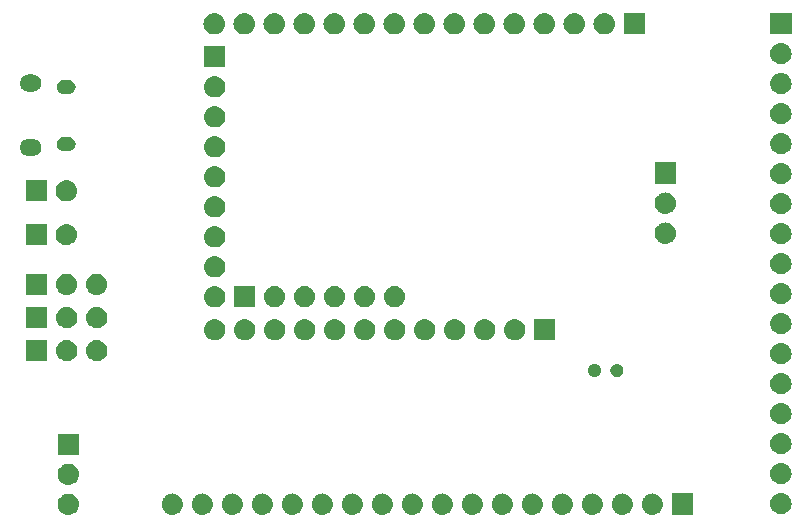
<source format=gbs>
G04 #@! TF.GenerationSoftware,KiCad,Pcbnew,5.0.1-33cea8e~68~ubuntu14.04.1*
G04 #@! TF.CreationDate,2018-11-09T11:09:35-08:00*
G04 #@! TF.ProjectId,ga144-breakout,67613134342D627265616B6F75742E6B,rev?*
G04 #@! TF.SameCoordinates,Original*
G04 #@! TF.FileFunction,Soldermask,Bot*
G04 #@! TF.FilePolarity,Negative*
%FSLAX46Y46*%
G04 Gerber Fmt 4.6, Leading zero omitted, Abs format (unit mm)*
G04 Created by KiCad (PCBNEW 5.0.1-33cea8e~68~ubuntu14.04.1) date Fri 09 Nov 2018 11:09:35 AM PST*
%MOMM*%
%LPD*%
G01*
G04 APERTURE LIST*
%ADD10C,0.100000*%
G04 APERTURE END LIST*
D10*
G36*
X97060442Y-114985518D02*
X97126627Y-114992037D01*
X97239853Y-115026384D01*
X97296467Y-115043557D01*
X97435087Y-115117652D01*
X97452991Y-115127222D01*
X97488729Y-115156552D01*
X97590186Y-115239814D01*
X97673448Y-115341271D01*
X97702778Y-115377009D01*
X97702779Y-115377011D01*
X97786443Y-115533533D01*
X97786443Y-115533534D01*
X97837963Y-115703373D01*
X97855359Y-115880000D01*
X97837963Y-116056627D01*
X97803616Y-116169853D01*
X97786443Y-116226467D01*
X97732712Y-116326989D01*
X97702778Y-116382991D01*
X97673448Y-116418729D01*
X97590186Y-116520186D01*
X97488729Y-116603448D01*
X97452991Y-116632778D01*
X97452989Y-116632779D01*
X97296467Y-116716443D01*
X97239853Y-116733616D01*
X97126627Y-116767963D01*
X97060442Y-116774482D01*
X96994260Y-116781000D01*
X96905740Y-116781000D01*
X96839558Y-116774482D01*
X96773373Y-116767963D01*
X96660147Y-116733616D01*
X96603533Y-116716443D01*
X96447011Y-116632779D01*
X96447009Y-116632778D01*
X96411271Y-116603448D01*
X96309814Y-116520186D01*
X96226552Y-116418729D01*
X96197222Y-116382991D01*
X96167288Y-116326989D01*
X96113557Y-116226467D01*
X96096384Y-116169853D01*
X96062037Y-116056627D01*
X96044641Y-115880000D01*
X96062037Y-115703373D01*
X96113557Y-115533534D01*
X96113557Y-115533533D01*
X96197221Y-115377011D01*
X96197222Y-115377009D01*
X96226552Y-115341271D01*
X96309814Y-115239814D01*
X96411271Y-115156552D01*
X96447009Y-115127222D01*
X96464913Y-115117652D01*
X96603533Y-115043557D01*
X96660147Y-115026384D01*
X96773373Y-114992037D01*
X96839558Y-114985518D01*
X96905740Y-114979000D01*
X96994260Y-114979000D01*
X97060442Y-114985518D01*
X97060442Y-114985518D01*
G37*
G36*
X149846600Y-116775800D02*
X148044600Y-116775800D01*
X148044600Y-114973800D01*
X149846600Y-114973800D01*
X149846600Y-116775800D01*
X149846600Y-116775800D01*
G37*
G36*
X105876042Y-114980318D02*
X105942227Y-114986837D01*
X106055453Y-115021184D01*
X106112067Y-115038357D01*
X106173550Y-115071221D01*
X106268591Y-115122022D01*
X106274927Y-115127222D01*
X106405786Y-115234614D01*
X106476687Y-115321009D01*
X106518378Y-115371809D01*
X106527948Y-115389713D01*
X106602043Y-115528333D01*
X106619216Y-115584947D01*
X106653563Y-115698173D01*
X106670959Y-115874800D01*
X106653563Y-116051427D01*
X106619216Y-116164653D01*
X106602043Y-116221267D01*
X106527948Y-116359887D01*
X106518378Y-116377791D01*
X106514112Y-116382989D01*
X106405786Y-116514986D01*
X106304329Y-116598248D01*
X106268591Y-116627578D01*
X106268589Y-116627579D01*
X106112067Y-116711243D01*
X106066715Y-116725000D01*
X105942227Y-116762763D01*
X105876043Y-116769281D01*
X105809860Y-116775800D01*
X105721340Y-116775800D01*
X105655157Y-116769281D01*
X105588973Y-116762763D01*
X105464485Y-116725000D01*
X105419133Y-116711243D01*
X105262611Y-116627579D01*
X105262609Y-116627578D01*
X105226871Y-116598248D01*
X105125414Y-116514986D01*
X105017088Y-116382989D01*
X105012822Y-116377791D01*
X105003252Y-116359887D01*
X104929157Y-116221267D01*
X104911984Y-116164653D01*
X104877637Y-116051427D01*
X104860241Y-115874800D01*
X104877637Y-115698173D01*
X104911984Y-115584947D01*
X104929157Y-115528333D01*
X105003252Y-115389713D01*
X105012822Y-115371809D01*
X105054513Y-115321009D01*
X105125414Y-115234614D01*
X105256273Y-115127222D01*
X105262609Y-115122022D01*
X105357650Y-115071221D01*
X105419133Y-115038357D01*
X105475747Y-115021184D01*
X105588973Y-114986837D01*
X105655158Y-114980318D01*
X105721340Y-114973800D01*
X105809860Y-114973800D01*
X105876042Y-114980318D01*
X105876042Y-114980318D01*
G37*
G36*
X108416042Y-114980318D02*
X108482227Y-114986837D01*
X108595453Y-115021184D01*
X108652067Y-115038357D01*
X108713550Y-115071221D01*
X108808591Y-115122022D01*
X108814927Y-115127222D01*
X108945786Y-115234614D01*
X109016687Y-115321009D01*
X109058378Y-115371809D01*
X109067948Y-115389713D01*
X109142043Y-115528333D01*
X109159216Y-115584947D01*
X109193563Y-115698173D01*
X109210959Y-115874800D01*
X109193563Y-116051427D01*
X109159216Y-116164653D01*
X109142043Y-116221267D01*
X109067948Y-116359887D01*
X109058378Y-116377791D01*
X109054112Y-116382989D01*
X108945786Y-116514986D01*
X108844329Y-116598248D01*
X108808591Y-116627578D01*
X108808589Y-116627579D01*
X108652067Y-116711243D01*
X108606715Y-116725000D01*
X108482227Y-116762763D01*
X108416043Y-116769281D01*
X108349860Y-116775800D01*
X108261340Y-116775800D01*
X108195157Y-116769281D01*
X108128973Y-116762763D01*
X108004485Y-116725000D01*
X107959133Y-116711243D01*
X107802611Y-116627579D01*
X107802609Y-116627578D01*
X107766871Y-116598248D01*
X107665414Y-116514986D01*
X107557088Y-116382989D01*
X107552822Y-116377791D01*
X107543252Y-116359887D01*
X107469157Y-116221267D01*
X107451984Y-116164653D01*
X107417637Y-116051427D01*
X107400241Y-115874800D01*
X107417637Y-115698173D01*
X107451984Y-115584947D01*
X107469157Y-115528333D01*
X107543252Y-115389713D01*
X107552822Y-115371809D01*
X107594513Y-115321009D01*
X107665414Y-115234614D01*
X107796273Y-115127222D01*
X107802609Y-115122022D01*
X107897650Y-115071221D01*
X107959133Y-115038357D01*
X108015747Y-115021184D01*
X108128973Y-114986837D01*
X108195158Y-114980318D01*
X108261340Y-114973800D01*
X108349860Y-114973800D01*
X108416042Y-114980318D01*
X108416042Y-114980318D01*
G37*
G36*
X110956042Y-114980318D02*
X111022227Y-114986837D01*
X111135453Y-115021184D01*
X111192067Y-115038357D01*
X111253550Y-115071221D01*
X111348591Y-115122022D01*
X111354927Y-115127222D01*
X111485786Y-115234614D01*
X111556687Y-115321009D01*
X111598378Y-115371809D01*
X111607948Y-115389713D01*
X111682043Y-115528333D01*
X111699216Y-115584947D01*
X111733563Y-115698173D01*
X111750959Y-115874800D01*
X111733563Y-116051427D01*
X111699216Y-116164653D01*
X111682043Y-116221267D01*
X111607948Y-116359887D01*
X111598378Y-116377791D01*
X111594112Y-116382989D01*
X111485786Y-116514986D01*
X111384329Y-116598248D01*
X111348591Y-116627578D01*
X111348589Y-116627579D01*
X111192067Y-116711243D01*
X111146715Y-116725000D01*
X111022227Y-116762763D01*
X110956043Y-116769281D01*
X110889860Y-116775800D01*
X110801340Y-116775800D01*
X110735157Y-116769281D01*
X110668973Y-116762763D01*
X110544485Y-116725000D01*
X110499133Y-116711243D01*
X110342611Y-116627579D01*
X110342609Y-116627578D01*
X110306871Y-116598248D01*
X110205414Y-116514986D01*
X110097088Y-116382989D01*
X110092822Y-116377791D01*
X110083252Y-116359887D01*
X110009157Y-116221267D01*
X109991984Y-116164653D01*
X109957637Y-116051427D01*
X109940241Y-115874800D01*
X109957637Y-115698173D01*
X109991984Y-115584947D01*
X110009157Y-115528333D01*
X110083252Y-115389713D01*
X110092822Y-115371809D01*
X110134513Y-115321009D01*
X110205414Y-115234614D01*
X110336273Y-115127222D01*
X110342609Y-115122022D01*
X110437650Y-115071221D01*
X110499133Y-115038357D01*
X110555747Y-115021184D01*
X110668973Y-114986837D01*
X110735158Y-114980318D01*
X110801340Y-114973800D01*
X110889860Y-114973800D01*
X110956042Y-114980318D01*
X110956042Y-114980318D01*
G37*
G36*
X113496042Y-114980318D02*
X113562227Y-114986837D01*
X113675453Y-115021184D01*
X113732067Y-115038357D01*
X113793550Y-115071221D01*
X113888591Y-115122022D01*
X113894927Y-115127222D01*
X114025786Y-115234614D01*
X114096687Y-115321009D01*
X114138378Y-115371809D01*
X114147948Y-115389713D01*
X114222043Y-115528333D01*
X114239216Y-115584947D01*
X114273563Y-115698173D01*
X114290959Y-115874800D01*
X114273563Y-116051427D01*
X114239216Y-116164653D01*
X114222043Y-116221267D01*
X114147948Y-116359887D01*
X114138378Y-116377791D01*
X114134112Y-116382989D01*
X114025786Y-116514986D01*
X113924329Y-116598248D01*
X113888591Y-116627578D01*
X113888589Y-116627579D01*
X113732067Y-116711243D01*
X113686715Y-116725000D01*
X113562227Y-116762763D01*
X113496043Y-116769281D01*
X113429860Y-116775800D01*
X113341340Y-116775800D01*
X113275157Y-116769281D01*
X113208973Y-116762763D01*
X113084485Y-116725000D01*
X113039133Y-116711243D01*
X112882611Y-116627579D01*
X112882609Y-116627578D01*
X112846871Y-116598248D01*
X112745414Y-116514986D01*
X112637088Y-116382989D01*
X112632822Y-116377791D01*
X112623252Y-116359887D01*
X112549157Y-116221267D01*
X112531984Y-116164653D01*
X112497637Y-116051427D01*
X112480241Y-115874800D01*
X112497637Y-115698173D01*
X112531984Y-115584947D01*
X112549157Y-115528333D01*
X112623252Y-115389713D01*
X112632822Y-115371809D01*
X112674513Y-115321009D01*
X112745414Y-115234614D01*
X112876273Y-115127222D01*
X112882609Y-115122022D01*
X112977650Y-115071221D01*
X113039133Y-115038357D01*
X113095747Y-115021184D01*
X113208973Y-114986837D01*
X113275158Y-114980318D01*
X113341340Y-114973800D01*
X113429860Y-114973800D01*
X113496042Y-114980318D01*
X113496042Y-114980318D01*
G37*
G36*
X116036042Y-114980318D02*
X116102227Y-114986837D01*
X116215453Y-115021184D01*
X116272067Y-115038357D01*
X116333550Y-115071221D01*
X116428591Y-115122022D01*
X116434927Y-115127222D01*
X116565786Y-115234614D01*
X116636687Y-115321009D01*
X116678378Y-115371809D01*
X116687948Y-115389713D01*
X116762043Y-115528333D01*
X116779216Y-115584947D01*
X116813563Y-115698173D01*
X116830959Y-115874800D01*
X116813563Y-116051427D01*
X116779216Y-116164653D01*
X116762043Y-116221267D01*
X116687948Y-116359887D01*
X116678378Y-116377791D01*
X116674112Y-116382989D01*
X116565786Y-116514986D01*
X116464329Y-116598248D01*
X116428591Y-116627578D01*
X116428589Y-116627579D01*
X116272067Y-116711243D01*
X116226715Y-116725000D01*
X116102227Y-116762763D01*
X116036043Y-116769281D01*
X115969860Y-116775800D01*
X115881340Y-116775800D01*
X115815157Y-116769281D01*
X115748973Y-116762763D01*
X115624485Y-116725000D01*
X115579133Y-116711243D01*
X115422611Y-116627579D01*
X115422609Y-116627578D01*
X115386871Y-116598248D01*
X115285414Y-116514986D01*
X115177088Y-116382989D01*
X115172822Y-116377791D01*
X115163252Y-116359887D01*
X115089157Y-116221267D01*
X115071984Y-116164653D01*
X115037637Y-116051427D01*
X115020241Y-115874800D01*
X115037637Y-115698173D01*
X115071984Y-115584947D01*
X115089157Y-115528333D01*
X115163252Y-115389713D01*
X115172822Y-115371809D01*
X115214513Y-115321009D01*
X115285414Y-115234614D01*
X115416273Y-115127222D01*
X115422609Y-115122022D01*
X115517650Y-115071221D01*
X115579133Y-115038357D01*
X115635747Y-115021184D01*
X115748973Y-114986837D01*
X115815158Y-114980318D01*
X115881340Y-114973800D01*
X115969860Y-114973800D01*
X116036042Y-114980318D01*
X116036042Y-114980318D01*
G37*
G36*
X118576042Y-114980318D02*
X118642227Y-114986837D01*
X118755453Y-115021184D01*
X118812067Y-115038357D01*
X118873550Y-115071221D01*
X118968591Y-115122022D01*
X118974927Y-115127222D01*
X119105786Y-115234614D01*
X119176687Y-115321009D01*
X119218378Y-115371809D01*
X119227948Y-115389713D01*
X119302043Y-115528333D01*
X119319216Y-115584947D01*
X119353563Y-115698173D01*
X119370959Y-115874800D01*
X119353563Y-116051427D01*
X119319216Y-116164653D01*
X119302043Y-116221267D01*
X119227948Y-116359887D01*
X119218378Y-116377791D01*
X119214112Y-116382989D01*
X119105786Y-116514986D01*
X119004329Y-116598248D01*
X118968591Y-116627578D01*
X118968589Y-116627579D01*
X118812067Y-116711243D01*
X118766715Y-116725000D01*
X118642227Y-116762763D01*
X118576043Y-116769281D01*
X118509860Y-116775800D01*
X118421340Y-116775800D01*
X118355157Y-116769281D01*
X118288973Y-116762763D01*
X118164485Y-116725000D01*
X118119133Y-116711243D01*
X117962611Y-116627579D01*
X117962609Y-116627578D01*
X117926871Y-116598248D01*
X117825414Y-116514986D01*
X117717088Y-116382989D01*
X117712822Y-116377791D01*
X117703252Y-116359887D01*
X117629157Y-116221267D01*
X117611984Y-116164653D01*
X117577637Y-116051427D01*
X117560241Y-115874800D01*
X117577637Y-115698173D01*
X117611984Y-115584947D01*
X117629157Y-115528333D01*
X117703252Y-115389713D01*
X117712822Y-115371809D01*
X117754513Y-115321009D01*
X117825414Y-115234614D01*
X117956273Y-115127222D01*
X117962609Y-115122022D01*
X118057650Y-115071221D01*
X118119133Y-115038357D01*
X118175747Y-115021184D01*
X118288973Y-114986837D01*
X118355158Y-114980318D01*
X118421340Y-114973800D01*
X118509860Y-114973800D01*
X118576042Y-114980318D01*
X118576042Y-114980318D01*
G37*
G36*
X121116042Y-114980318D02*
X121182227Y-114986837D01*
X121295453Y-115021184D01*
X121352067Y-115038357D01*
X121413550Y-115071221D01*
X121508591Y-115122022D01*
X121514927Y-115127222D01*
X121645786Y-115234614D01*
X121716687Y-115321009D01*
X121758378Y-115371809D01*
X121767948Y-115389713D01*
X121842043Y-115528333D01*
X121859216Y-115584947D01*
X121893563Y-115698173D01*
X121910959Y-115874800D01*
X121893563Y-116051427D01*
X121859216Y-116164653D01*
X121842043Y-116221267D01*
X121767948Y-116359887D01*
X121758378Y-116377791D01*
X121754112Y-116382989D01*
X121645786Y-116514986D01*
X121544329Y-116598248D01*
X121508591Y-116627578D01*
X121508589Y-116627579D01*
X121352067Y-116711243D01*
X121306715Y-116725000D01*
X121182227Y-116762763D01*
X121116043Y-116769281D01*
X121049860Y-116775800D01*
X120961340Y-116775800D01*
X120895157Y-116769281D01*
X120828973Y-116762763D01*
X120704485Y-116725000D01*
X120659133Y-116711243D01*
X120502611Y-116627579D01*
X120502609Y-116627578D01*
X120466871Y-116598248D01*
X120365414Y-116514986D01*
X120257088Y-116382989D01*
X120252822Y-116377791D01*
X120243252Y-116359887D01*
X120169157Y-116221267D01*
X120151984Y-116164653D01*
X120117637Y-116051427D01*
X120100241Y-115874800D01*
X120117637Y-115698173D01*
X120151984Y-115584947D01*
X120169157Y-115528333D01*
X120243252Y-115389713D01*
X120252822Y-115371809D01*
X120294513Y-115321009D01*
X120365414Y-115234614D01*
X120496273Y-115127222D01*
X120502609Y-115122022D01*
X120597650Y-115071221D01*
X120659133Y-115038357D01*
X120715747Y-115021184D01*
X120828973Y-114986837D01*
X120895158Y-114980318D01*
X120961340Y-114973800D01*
X121049860Y-114973800D01*
X121116042Y-114980318D01*
X121116042Y-114980318D01*
G37*
G36*
X123656042Y-114980318D02*
X123722227Y-114986837D01*
X123835453Y-115021184D01*
X123892067Y-115038357D01*
X123953550Y-115071221D01*
X124048591Y-115122022D01*
X124054927Y-115127222D01*
X124185786Y-115234614D01*
X124256687Y-115321009D01*
X124298378Y-115371809D01*
X124307948Y-115389713D01*
X124382043Y-115528333D01*
X124399216Y-115584947D01*
X124433563Y-115698173D01*
X124450959Y-115874800D01*
X124433563Y-116051427D01*
X124399216Y-116164653D01*
X124382043Y-116221267D01*
X124307948Y-116359887D01*
X124298378Y-116377791D01*
X124294112Y-116382989D01*
X124185786Y-116514986D01*
X124084329Y-116598248D01*
X124048591Y-116627578D01*
X124048589Y-116627579D01*
X123892067Y-116711243D01*
X123846715Y-116725000D01*
X123722227Y-116762763D01*
X123656043Y-116769281D01*
X123589860Y-116775800D01*
X123501340Y-116775800D01*
X123435157Y-116769281D01*
X123368973Y-116762763D01*
X123244485Y-116725000D01*
X123199133Y-116711243D01*
X123042611Y-116627579D01*
X123042609Y-116627578D01*
X123006871Y-116598248D01*
X122905414Y-116514986D01*
X122797088Y-116382989D01*
X122792822Y-116377791D01*
X122783252Y-116359887D01*
X122709157Y-116221267D01*
X122691984Y-116164653D01*
X122657637Y-116051427D01*
X122640241Y-115874800D01*
X122657637Y-115698173D01*
X122691984Y-115584947D01*
X122709157Y-115528333D01*
X122783252Y-115389713D01*
X122792822Y-115371809D01*
X122834513Y-115321009D01*
X122905414Y-115234614D01*
X123036273Y-115127222D01*
X123042609Y-115122022D01*
X123137650Y-115071221D01*
X123199133Y-115038357D01*
X123255747Y-115021184D01*
X123368973Y-114986837D01*
X123435158Y-114980318D01*
X123501340Y-114973800D01*
X123589860Y-114973800D01*
X123656042Y-114980318D01*
X123656042Y-114980318D01*
G37*
G36*
X128736042Y-114980318D02*
X128802227Y-114986837D01*
X128915453Y-115021184D01*
X128972067Y-115038357D01*
X129033550Y-115071221D01*
X129128591Y-115122022D01*
X129134927Y-115127222D01*
X129265786Y-115234614D01*
X129336687Y-115321009D01*
X129378378Y-115371809D01*
X129387948Y-115389713D01*
X129462043Y-115528333D01*
X129479216Y-115584947D01*
X129513563Y-115698173D01*
X129530959Y-115874800D01*
X129513563Y-116051427D01*
X129479216Y-116164653D01*
X129462043Y-116221267D01*
X129387948Y-116359887D01*
X129378378Y-116377791D01*
X129374112Y-116382989D01*
X129265786Y-116514986D01*
X129164329Y-116598248D01*
X129128591Y-116627578D01*
X129128589Y-116627579D01*
X128972067Y-116711243D01*
X128926715Y-116725000D01*
X128802227Y-116762763D01*
X128736043Y-116769281D01*
X128669860Y-116775800D01*
X128581340Y-116775800D01*
X128515157Y-116769281D01*
X128448973Y-116762763D01*
X128324485Y-116725000D01*
X128279133Y-116711243D01*
X128122611Y-116627579D01*
X128122609Y-116627578D01*
X128086871Y-116598248D01*
X127985414Y-116514986D01*
X127877088Y-116382989D01*
X127872822Y-116377791D01*
X127863252Y-116359887D01*
X127789157Y-116221267D01*
X127771984Y-116164653D01*
X127737637Y-116051427D01*
X127720241Y-115874800D01*
X127737637Y-115698173D01*
X127771984Y-115584947D01*
X127789157Y-115528333D01*
X127863252Y-115389713D01*
X127872822Y-115371809D01*
X127914513Y-115321009D01*
X127985414Y-115234614D01*
X128116273Y-115127222D01*
X128122609Y-115122022D01*
X128217650Y-115071221D01*
X128279133Y-115038357D01*
X128335747Y-115021184D01*
X128448973Y-114986837D01*
X128515158Y-114980318D01*
X128581340Y-114973800D01*
X128669860Y-114973800D01*
X128736042Y-114980318D01*
X128736042Y-114980318D01*
G37*
G36*
X126196042Y-114980318D02*
X126262227Y-114986837D01*
X126375453Y-115021184D01*
X126432067Y-115038357D01*
X126493550Y-115071221D01*
X126588591Y-115122022D01*
X126594927Y-115127222D01*
X126725786Y-115234614D01*
X126796687Y-115321009D01*
X126838378Y-115371809D01*
X126847948Y-115389713D01*
X126922043Y-115528333D01*
X126939216Y-115584947D01*
X126973563Y-115698173D01*
X126990959Y-115874800D01*
X126973563Y-116051427D01*
X126939216Y-116164653D01*
X126922043Y-116221267D01*
X126847948Y-116359887D01*
X126838378Y-116377791D01*
X126834112Y-116382989D01*
X126725786Y-116514986D01*
X126624329Y-116598248D01*
X126588591Y-116627578D01*
X126588589Y-116627579D01*
X126432067Y-116711243D01*
X126386715Y-116725000D01*
X126262227Y-116762763D01*
X126196043Y-116769281D01*
X126129860Y-116775800D01*
X126041340Y-116775800D01*
X125975157Y-116769281D01*
X125908973Y-116762763D01*
X125784485Y-116725000D01*
X125739133Y-116711243D01*
X125582611Y-116627579D01*
X125582609Y-116627578D01*
X125546871Y-116598248D01*
X125445414Y-116514986D01*
X125337088Y-116382989D01*
X125332822Y-116377791D01*
X125323252Y-116359887D01*
X125249157Y-116221267D01*
X125231984Y-116164653D01*
X125197637Y-116051427D01*
X125180241Y-115874800D01*
X125197637Y-115698173D01*
X125231984Y-115584947D01*
X125249157Y-115528333D01*
X125323252Y-115389713D01*
X125332822Y-115371809D01*
X125374513Y-115321009D01*
X125445414Y-115234614D01*
X125576273Y-115127222D01*
X125582609Y-115122022D01*
X125677650Y-115071221D01*
X125739133Y-115038357D01*
X125795747Y-115021184D01*
X125908973Y-114986837D01*
X125975158Y-114980318D01*
X126041340Y-114973800D01*
X126129860Y-114973800D01*
X126196042Y-114980318D01*
X126196042Y-114980318D01*
G37*
G36*
X146516042Y-114980318D02*
X146582227Y-114986837D01*
X146695453Y-115021184D01*
X146752067Y-115038357D01*
X146813550Y-115071221D01*
X146908591Y-115122022D01*
X146914927Y-115127222D01*
X147045786Y-115234614D01*
X147116687Y-115321009D01*
X147158378Y-115371809D01*
X147167948Y-115389713D01*
X147242043Y-115528333D01*
X147259216Y-115584947D01*
X147293563Y-115698173D01*
X147310959Y-115874800D01*
X147293563Y-116051427D01*
X147259216Y-116164653D01*
X147242043Y-116221267D01*
X147167948Y-116359887D01*
X147158378Y-116377791D01*
X147154112Y-116382989D01*
X147045786Y-116514986D01*
X146944329Y-116598248D01*
X146908591Y-116627578D01*
X146908589Y-116627579D01*
X146752067Y-116711243D01*
X146706715Y-116725000D01*
X146582227Y-116762763D01*
X146516043Y-116769281D01*
X146449860Y-116775800D01*
X146361340Y-116775800D01*
X146295157Y-116769281D01*
X146228973Y-116762763D01*
X146104485Y-116725000D01*
X146059133Y-116711243D01*
X145902611Y-116627579D01*
X145902609Y-116627578D01*
X145866871Y-116598248D01*
X145765414Y-116514986D01*
X145657088Y-116382989D01*
X145652822Y-116377791D01*
X145643252Y-116359887D01*
X145569157Y-116221267D01*
X145551984Y-116164653D01*
X145517637Y-116051427D01*
X145500241Y-115874800D01*
X145517637Y-115698173D01*
X145551984Y-115584947D01*
X145569157Y-115528333D01*
X145643252Y-115389713D01*
X145652822Y-115371809D01*
X145694513Y-115321009D01*
X145765414Y-115234614D01*
X145896273Y-115127222D01*
X145902609Y-115122022D01*
X145997650Y-115071221D01*
X146059133Y-115038357D01*
X146115747Y-115021184D01*
X146228973Y-114986837D01*
X146295158Y-114980318D01*
X146361340Y-114973800D01*
X146449860Y-114973800D01*
X146516042Y-114980318D01*
X146516042Y-114980318D01*
G37*
G36*
X143976042Y-114980318D02*
X144042227Y-114986837D01*
X144155453Y-115021184D01*
X144212067Y-115038357D01*
X144273550Y-115071221D01*
X144368591Y-115122022D01*
X144374927Y-115127222D01*
X144505786Y-115234614D01*
X144576687Y-115321009D01*
X144618378Y-115371809D01*
X144627948Y-115389713D01*
X144702043Y-115528333D01*
X144719216Y-115584947D01*
X144753563Y-115698173D01*
X144770959Y-115874800D01*
X144753563Y-116051427D01*
X144719216Y-116164653D01*
X144702043Y-116221267D01*
X144627948Y-116359887D01*
X144618378Y-116377791D01*
X144614112Y-116382989D01*
X144505786Y-116514986D01*
X144404329Y-116598248D01*
X144368591Y-116627578D01*
X144368589Y-116627579D01*
X144212067Y-116711243D01*
X144166715Y-116725000D01*
X144042227Y-116762763D01*
X143976043Y-116769281D01*
X143909860Y-116775800D01*
X143821340Y-116775800D01*
X143755157Y-116769281D01*
X143688973Y-116762763D01*
X143564485Y-116725000D01*
X143519133Y-116711243D01*
X143362611Y-116627579D01*
X143362609Y-116627578D01*
X143326871Y-116598248D01*
X143225414Y-116514986D01*
X143117088Y-116382989D01*
X143112822Y-116377791D01*
X143103252Y-116359887D01*
X143029157Y-116221267D01*
X143011984Y-116164653D01*
X142977637Y-116051427D01*
X142960241Y-115874800D01*
X142977637Y-115698173D01*
X143011984Y-115584947D01*
X143029157Y-115528333D01*
X143103252Y-115389713D01*
X143112822Y-115371809D01*
X143154513Y-115321009D01*
X143225414Y-115234614D01*
X143356273Y-115127222D01*
X143362609Y-115122022D01*
X143457650Y-115071221D01*
X143519133Y-115038357D01*
X143575747Y-115021184D01*
X143688973Y-114986837D01*
X143755158Y-114980318D01*
X143821340Y-114973800D01*
X143909860Y-114973800D01*
X143976042Y-114980318D01*
X143976042Y-114980318D01*
G37*
G36*
X141436042Y-114980318D02*
X141502227Y-114986837D01*
X141615453Y-115021184D01*
X141672067Y-115038357D01*
X141733550Y-115071221D01*
X141828591Y-115122022D01*
X141834927Y-115127222D01*
X141965786Y-115234614D01*
X142036687Y-115321009D01*
X142078378Y-115371809D01*
X142087948Y-115389713D01*
X142162043Y-115528333D01*
X142179216Y-115584947D01*
X142213563Y-115698173D01*
X142230959Y-115874800D01*
X142213563Y-116051427D01*
X142179216Y-116164653D01*
X142162043Y-116221267D01*
X142087948Y-116359887D01*
X142078378Y-116377791D01*
X142074112Y-116382989D01*
X141965786Y-116514986D01*
X141864329Y-116598248D01*
X141828591Y-116627578D01*
X141828589Y-116627579D01*
X141672067Y-116711243D01*
X141626715Y-116725000D01*
X141502227Y-116762763D01*
X141436043Y-116769281D01*
X141369860Y-116775800D01*
X141281340Y-116775800D01*
X141215157Y-116769281D01*
X141148973Y-116762763D01*
X141024485Y-116725000D01*
X140979133Y-116711243D01*
X140822611Y-116627579D01*
X140822609Y-116627578D01*
X140786871Y-116598248D01*
X140685414Y-116514986D01*
X140577088Y-116382989D01*
X140572822Y-116377791D01*
X140563252Y-116359887D01*
X140489157Y-116221267D01*
X140471984Y-116164653D01*
X140437637Y-116051427D01*
X140420241Y-115874800D01*
X140437637Y-115698173D01*
X140471984Y-115584947D01*
X140489157Y-115528333D01*
X140563252Y-115389713D01*
X140572822Y-115371809D01*
X140614513Y-115321009D01*
X140685414Y-115234614D01*
X140816273Y-115127222D01*
X140822609Y-115122022D01*
X140917650Y-115071221D01*
X140979133Y-115038357D01*
X141035747Y-115021184D01*
X141148973Y-114986837D01*
X141215158Y-114980318D01*
X141281340Y-114973800D01*
X141369860Y-114973800D01*
X141436042Y-114980318D01*
X141436042Y-114980318D01*
G37*
G36*
X138896042Y-114980318D02*
X138962227Y-114986837D01*
X139075453Y-115021184D01*
X139132067Y-115038357D01*
X139193550Y-115071221D01*
X139288591Y-115122022D01*
X139294927Y-115127222D01*
X139425786Y-115234614D01*
X139496687Y-115321009D01*
X139538378Y-115371809D01*
X139547948Y-115389713D01*
X139622043Y-115528333D01*
X139639216Y-115584947D01*
X139673563Y-115698173D01*
X139690959Y-115874800D01*
X139673563Y-116051427D01*
X139639216Y-116164653D01*
X139622043Y-116221267D01*
X139547948Y-116359887D01*
X139538378Y-116377791D01*
X139534112Y-116382989D01*
X139425786Y-116514986D01*
X139324329Y-116598248D01*
X139288591Y-116627578D01*
X139288589Y-116627579D01*
X139132067Y-116711243D01*
X139086715Y-116725000D01*
X138962227Y-116762763D01*
X138896043Y-116769281D01*
X138829860Y-116775800D01*
X138741340Y-116775800D01*
X138675157Y-116769281D01*
X138608973Y-116762763D01*
X138484485Y-116725000D01*
X138439133Y-116711243D01*
X138282611Y-116627579D01*
X138282609Y-116627578D01*
X138246871Y-116598248D01*
X138145414Y-116514986D01*
X138037088Y-116382989D01*
X138032822Y-116377791D01*
X138023252Y-116359887D01*
X137949157Y-116221267D01*
X137931984Y-116164653D01*
X137897637Y-116051427D01*
X137880241Y-115874800D01*
X137897637Y-115698173D01*
X137931984Y-115584947D01*
X137949157Y-115528333D01*
X138023252Y-115389713D01*
X138032822Y-115371809D01*
X138074513Y-115321009D01*
X138145414Y-115234614D01*
X138276273Y-115127222D01*
X138282609Y-115122022D01*
X138377650Y-115071221D01*
X138439133Y-115038357D01*
X138495747Y-115021184D01*
X138608973Y-114986837D01*
X138675158Y-114980318D01*
X138741340Y-114973800D01*
X138829860Y-114973800D01*
X138896042Y-114980318D01*
X138896042Y-114980318D01*
G37*
G36*
X136356042Y-114980318D02*
X136422227Y-114986837D01*
X136535453Y-115021184D01*
X136592067Y-115038357D01*
X136653550Y-115071221D01*
X136748591Y-115122022D01*
X136754927Y-115127222D01*
X136885786Y-115234614D01*
X136956687Y-115321009D01*
X136998378Y-115371809D01*
X137007948Y-115389713D01*
X137082043Y-115528333D01*
X137099216Y-115584947D01*
X137133563Y-115698173D01*
X137150959Y-115874800D01*
X137133563Y-116051427D01*
X137099216Y-116164653D01*
X137082043Y-116221267D01*
X137007948Y-116359887D01*
X136998378Y-116377791D01*
X136994112Y-116382989D01*
X136885786Y-116514986D01*
X136784329Y-116598248D01*
X136748591Y-116627578D01*
X136748589Y-116627579D01*
X136592067Y-116711243D01*
X136546715Y-116725000D01*
X136422227Y-116762763D01*
X136356043Y-116769281D01*
X136289860Y-116775800D01*
X136201340Y-116775800D01*
X136135157Y-116769281D01*
X136068973Y-116762763D01*
X135944485Y-116725000D01*
X135899133Y-116711243D01*
X135742611Y-116627579D01*
X135742609Y-116627578D01*
X135706871Y-116598248D01*
X135605414Y-116514986D01*
X135497088Y-116382989D01*
X135492822Y-116377791D01*
X135483252Y-116359887D01*
X135409157Y-116221267D01*
X135391984Y-116164653D01*
X135357637Y-116051427D01*
X135340241Y-115874800D01*
X135357637Y-115698173D01*
X135391984Y-115584947D01*
X135409157Y-115528333D01*
X135483252Y-115389713D01*
X135492822Y-115371809D01*
X135534513Y-115321009D01*
X135605414Y-115234614D01*
X135736273Y-115127222D01*
X135742609Y-115122022D01*
X135837650Y-115071221D01*
X135899133Y-115038357D01*
X135955747Y-115021184D01*
X136068973Y-114986837D01*
X136135158Y-114980318D01*
X136201340Y-114973800D01*
X136289860Y-114973800D01*
X136356042Y-114980318D01*
X136356042Y-114980318D01*
G37*
G36*
X133816042Y-114980318D02*
X133882227Y-114986837D01*
X133995453Y-115021184D01*
X134052067Y-115038357D01*
X134113550Y-115071221D01*
X134208591Y-115122022D01*
X134214927Y-115127222D01*
X134345786Y-115234614D01*
X134416687Y-115321009D01*
X134458378Y-115371809D01*
X134467948Y-115389713D01*
X134542043Y-115528333D01*
X134559216Y-115584947D01*
X134593563Y-115698173D01*
X134610959Y-115874800D01*
X134593563Y-116051427D01*
X134559216Y-116164653D01*
X134542043Y-116221267D01*
X134467948Y-116359887D01*
X134458378Y-116377791D01*
X134454112Y-116382989D01*
X134345786Y-116514986D01*
X134244329Y-116598248D01*
X134208591Y-116627578D01*
X134208589Y-116627579D01*
X134052067Y-116711243D01*
X134006715Y-116725000D01*
X133882227Y-116762763D01*
X133816043Y-116769281D01*
X133749860Y-116775800D01*
X133661340Y-116775800D01*
X133595157Y-116769281D01*
X133528973Y-116762763D01*
X133404485Y-116725000D01*
X133359133Y-116711243D01*
X133202611Y-116627579D01*
X133202609Y-116627578D01*
X133166871Y-116598248D01*
X133065414Y-116514986D01*
X132957088Y-116382989D01*
X132952822Y-116377791D01*
X132943252Y-116359887D01*
X132869157Y-116221267D01*
X132851984Y-116164653D01*
X132817637Y-116051427D01*
X132800241Y-115874800D01*
X132817637Y-115698173D01*
X132851984Y-115584947D01*
X132869157Y-115528333D01*
X132943252Y-115389713D01*
X132952822Y-115371809D01*
X132994513Y-115321009D01*
X133065414Y-115234614D01*
X133196273Y-115127222D01*
X133202609Y-115122022D01*
X133297650Y-115071221D01*
X133359133Y-115038357D01*
X133415747Y-115021184D01*
X133528973Y-114986837D01*
X133595158Y-114980318D01*
X133661340Y-114973800D01*
X133749860Y-114973800D01*
X133816042Y-114980318D01*
X133816042Y-114980318D01*
G37*
G36*
X131276042Y-114980318D02*
X131342227Y-114986837D01*
X131455453Y-115021184D01*
X131512067Y-115038357D01*
X131573550Y-115071221D01*
X131668591Y-115122022D01*
X131674927Y-115127222D01*
X131805786Y-115234614D01*
X131876687Y-115321009D01*
X131918378Y-115371809D01*
X131927948Y-115389713D01*
X132002043Y-115528333D01*
X132019216Y-115584947D01*
X132053563Y-115698173D01*
X132070959Y-115874800D01*
X132053563Y-116051427D01*
X132019216Y-116164653D01*
X132002043Y-116221267D01*
X131927948Y-116359887D01*
X131918378Y-116377791D01*
X131914112Y-116382989D01*
X131805786Y-116514986D01*
X131704329Y-116598248D01*
X131668591Y-116627578D01*
X131668589Y-116627579D01*
X131512067Y-116711243D01*
X131466715Y-116725000D01*
X131342227Y-116762763D01*
X131276043Y-116769281D01*
X131209860Y-116775800D01*
X131121340Y-116775800D01*
X131055157Y-116769281D01*
X130988973Y-116762763D01*
X130864485Y-116725000D01*
X130819133Y-116711243D01*
X130662611Y-116627579D01*
X130662609Y-116627578D01*
X130626871Y-116598248D01*
X130525414Y-116514986D01*
X130417088Y-116382989D01*
X130412822Y-116377791D01*
X130403252Y-116359887D01*
X130329157Y-116221267D01*
X130311984Y-116164653D01*
X130277637Y-116051427D01*
X130260241Y-115874800D01*
X130277637Y-115698173D01*
X130311984Y-115584947D01*
X130329157Y-115528333D01*
X130403252Y-115389713D01*
X130412822Y-115371809D01*
X130454513Y-115321009D01*
X130525414Y-115234614D01*
X130656273Y-115127222D01*
X130662609Y-115122022D01*
X130757650Y-115071221D01*
X130819133Y-115038357D01*
X130875747Y-115021184D01*
X130988973Y-114986837D01*
X131055158Y-114980318D01*
X131121340Y-114973800D01*
X131209860Y-114973800D01*
X131276042Y-114980318D01*
X131276042Y-114980318D01*
G37*
G36*
X157399943Y-114929519D02*
X157466127Y-114936037D01*
X157579353Y-114970384D01*
X157635967Y-114987557D01*
X157740734Y-115043557D01*
X157792491Y-115071222D01*
X157828229Y-115100552D01*
X157929686Y-115183814D01*
X158012948Y-115285271D01*
X158042278Y-115321009D01*
X158042279Y-115321011D01*
X158125943Y-115477533D01*
X158125943Y-115477534D01*
X158177463Y-115647373D01*
X158194859Y-115824000D01*
X158177463Y-116000627D01*
X158143116Y-116113853D01*
X158125943Y-116170467D01*
X158098790Y-116221266D01*
X158042278Y-116326991D01*
X158012948Y-116362729D01*
X157929686Y-116464186D01*
X157828229Y-116547448D01*
X157792491Y-116576778D01*
X157792489Y-116576779D01*
X157635967Y-116660443D01*
X157579353Y-116677616D01*
X157466127Y-116711963D01*
X157399943Y-116718481D01*
X157333760Y-116725000D01*
X157245240Y-116725000D01*
X157179057Y-116718481D01*
X157112873Y-116711963D01*
X156999647Y-116677616D01*
X156943033Y-116660443D01*
X156786511Y-116576779D01*
X156786509Y-116576778D01*
X156750771Y-116547448D01*
X156649314Y-116464186D01*
X156566052Y-116362729D01*
X156536722Y-116326991D01*
X156480210Y-116221266D01*
X156453057Y-116170467D01*
X156435884Y-116113853D01*
X156401537Y-116000627D01*
X156384141Y-115824000D01*
X156401537Y-115647373D01*
X156453057Y-115477534D01*
X156453057Y-115477533D01*
X156536721Y-115321011D01*
X156536722Y-115321009D01*
X156566052Y-115285271D01*
X156649314Y-115183814D01*
X156750771Y-115100552D01*
X156786509Y-115071222D01*
X156838266Y-115043557D01*
X156943033Y-114987557D01*
X156999647Y-114970384D01*
X157112873Y-114936037D01*
X157179057Y-114929519D01*
X157245240Y-114923000D01*
X157333760Y-114923000D01*
X157399943Y-114929519D01*
X157399943Y-114929519D01*
G37*
G36*
X97060443Y-112445519D02*
X97126627Y-112452037D01*
X97239853Y-112486384D01*
X97296467Y-112503557D01*
X97435087Y-112577652D01*
X97452991Y-112587222D01*
X97488729Y-112616552D01*
X97590186Y-112699814D01*
X97673448Y-112801271D01*
X97702778Y-112837009D01*
X97702779Y-112837011D01*
X97786443Y-112993533D01*
X97786443Y-112993534D01*
X97837963Y-113163373D01*
X97855359Y-113340000D01*
X97837963Y-113516627D01*
X97803616Y-113629853D01*
X97786443Y-113686467D01*
X97732712Y-113786989D01*
X97702778Y-113842991D01*
X97673448Y-113878729D01*
X97590186Y-113980186D01*
X97488729Y-114063448D01*
X97452991Y-114092778D01*
X97452989Y-114092779D01*
X97296467Y-114176443D01*
X97239853Y-114193616D01*
X97126627Y-114227963D01*
X97060443Y-114234481D01*
X96994260Y-114241000D01*
X96905740Y-114241000D01*
X96839557Y-114234481D01*
X96773373Y-114227963D01*
X96660147Y-114193616D01*
X96603533Y-114176443D01*
X96447011Y-114092779D01*
X96447009Y-114092778D01*
X96411271Y-114063448D01*
X96309814Y-113980186D01*
X96226552Y-113878729D01*
X96197222Y-113842991D01*
X96167288Y-113786989D01*
X96113557Y-113686467D01*
X96096384Y-113629853D01*
X96062037Y-113516627D01*
X96044641Y-113340000D01*
X96062037Y-113163373D01*
X96113557Y-112993534D01*
X96113557Y-112993533D01*
X96197221Y-112837011D01*
X96197222Y-112837009D01*
X96226552Y-112801271D01*
X96309814Y-112699814D01*
X96411271Y-112616552D01*
X96447009Y-112587222D01*
X96464913Y-112577652D01*
X96603533Y-112503557D01*
X96660147Y-112486384D01*
X96773373Y-112452037D01*
X96839557Y-112445519D01*
X96905740Y-112439000D01*
X96994260Y-112439000D01*
X97060443Y-112445519D01*
X97060443Y-112445519D01*
G37*
G36*
X157399943Y-112389519D02*
X157466127Y-112396037D01*
X157579353Y-112430384D01*
X157635967Y-112447557D01*
X157740734Y-112503557D01*
X157792491Y-112531222D01*
X157828229Y-112560552D01*
X157929686Y-112643814D01*
X158012948Y-112745271D01*
X158042278Y-112781009D01*
X158042279Y-112781011D01*
X158125943Y-112937533D01*
X158125943Y-112937534D01*
X158177463Y-113107373D01*
X158194859Y-113284000D01*
X158177463Y-113460627D01*
X158143116Y-113573853D01*
X158125943Y-113630467D01*
X158096010Y-113686466D01*
X158042278Y-113786991D01*
X158012948Y-113822729D01*
X157929686Y-113924186D01*
X157828229Y-114007448D01*
X157792491Y-114036778D01*
X157792489Y-114036779D01*
X157635967Y-114120443D01*
X157579353Y-114137616D01*
X157466127Y-114171963D01*
X157399942Y-114178482D01*
X157333760Y-114185000D01*
X157245240Y-114185000D01*
X157179058Y-114178482D01*
X157112873Y-114171963D01*
X156999647Y-114137616D01*
X156943033Y-114120443D01*
X156786511Y-114036779D01*
X156786509Y-114036778D01*
X156750771Y-114007448D01*
X156649314Y-113924186D01*
X156566052Y-113822729D01*
X156536722Y-113786991D01*
X156482990Y-113686466D01*
X156453057Y-113630467D01*
X156435884Y-113573853D01*
X156401537Y-113460627D01*
X156384141Y-113284000D01*
X156401537Y-113107373D01*
X156453057Y-112937534D01*
X156453057Y-112937533D01*
X156536721Y-112781011D01*
X156536722Y-112781009D01*
X156566052Y-112745271D01*
X156649314Y-112643814D01*
X156750771Y-112560552D01*
X156786509Y-112531222D01*
X156838266Y-112503557D01*
X156943033Y-112447557D01*
X156999647Y-112430384D01*
X157112873Y-112396037D01*
X157179057Y-112389519D01*
X157245240Y-112383000D01*
X157333760Y-112383000D01*
X157399943Y-112389519D01*
X157399943Y-112389519D01*
G37*
G36*
X97851000Y-111701000D02*
X96049000Y-111701000D01*
X96049000Y-109899000D01*
X97851000Y-109899000D01*
X97851000Y-111701000D01*
X97851000Y-111701000D01*
G37*
G36*
X157399943Y-109849519D02*
X157466127Y-109856037D01*
X157579353Y-109890384D01*
X157635967Y-109907557D01*
X157774587Y-109981652D01*
X157792491Y-109991222D01*
X157828229Y-110020552D01*
X157929686Y-110103814D01*
X158012948Y-110205271D01*
X158042278Y-110241009D01*
X158042279Y-110241011D01*
X158125943Y-110397533D01*
X158125943Y-110397534D01*
X158177463Y-110567373D01*
X158194859Y-110744000D01*
X158177463Y-110920627D01*
X158143116Y-111033853D01*
X158125943Y-111090467D01*
X158051848Y-111229087D01*
X158042278Y-111246991D01*
X158012948Y-111282729D01*
X157929686Y-111384186D01*
X157828229Y-111467448D01*
X157792491Y-111496778D01*
X157792489Y-111496779D01*
X157635967Y-111580443D01*
X157579353Y-111597616D01*
X157466127Y-111631963D01*
X157399943Y-111638481D01*
X157333760Y-111645000D01*
X157245240Y-111645000D01*
X157179057Y-111638481D01*
X157112873Y-111631963D01*
X156999647Y-111597616D01*
X156943033Y-111580443D01*
X156786511Y-111496779D01*
X156786509Y-111496778D01*
X156750771Y-111467448D01*
X156649314Y-111384186D01*
X156566052Y-111282729D01*
X156536722Y-111246991D01*
X156527152Y-111229087D01*
X156453057Y-111090467D01*
X156435884Y-111033853D01*
X156401537Y-110920627D01*
X156384141Y-110744000D01*
X156401537Y-110567373D01*
X156453057Y-110397534D01*
X156453057Y-110397533D01*
X156536721Y-110241011D01*
X156536722Y-110241009D01*
X156566052Y-110205271D01*
X156649314Y-110103814D01*
X156750771Y-110020552D01*
X156786509Y-109991222D01*
X156804413Y-109981652D01*
X156943033Y-109907557D01*
X156999647Y-109890384D01*
X157112873Y-109856037D01*
X157179057Y-109849519D01*
X157245240Y-109843000D01*
X157333760Y-109843000D01*
X157399943Y-109849519D01*
X157399943Y-109849519D01*
G37*
G36*
X157399942Y-107309518D02*
X157466127Y-107316037D01*
X157579353Y-107350384D01*
X157635967Y-107367557D01*
X157774587Y-107441652D01*
X157792491Y-107451222D01*
X157828229Y-107480552D01*
X157929686Y-107563814D01*
X158012948Y-107665271D01*
X158042278Y-107701009D01*
X158042279Y-107701011D01*
X158125943Y-107857533D01*
X158125943Y-107857534D01*
X158177463Y-108027373D01*
X158194859Y-108204000D01*
X158177463Y-108380627D01*
X158143116Y-108493853D01*
X158125943Y-108550467D01*
X158051848Y-108689087D01*
X158042278Y-108706991D01*
X158012948Y-108742729D01*
X157929686Y-108844186D01*
X157828229Y-108927448D01*
X157792491Y-108956778D01*
X157792489Y-108956779D01*
X157635967Y-109040443D01*
X157579353Y-109057616D01*
X157466127Y-109091963D01*
X157399943Y-109098481D01*
X157333760Y-109105000D01*
X157245240Y-109105000D01*
X157179057Y-109098481D01*
X157112873Y-109091963D01*
X156999647Y-109057616D01*
X156943033Y-109040443D01*
X156786511Y-108956779D01*
X156786509Y-108956778D01*
X156750771Y-108927448D01*
X156649314Y-108844186D01*
X156566052Y-108742729D01*
X156536722Y-108706991D01*
X156527152Y-108689087D01*
X156453057Y-108550467D01*
X156435884Y-108493853D01*
X156401537Y-108380627D01*
X156384141Y-108204000D01*
X156401537Y-108027373D01*
X156453057Y-107857534D01*
X156453057Y-107857533D01*
X156536721Y-107701011D01*
X156536722Y-107701009D01*
X156566052Y-107665271D01*
X156649314Y-107563814D01*
X156750771Y-107480552D01*
X156786509Y-107451222D01*
X156804413Y-107441652D01*
X156943033Y-107367557D01*
X156999647Y-107350384D01*
X157112873Y-107316037D01*
X157179058Y-107309518D01*
X157245240Y-107303000D01*
X157333760Y-107303000D01*
X157399942Y-107309518D01*
X157399942Y-107309518D01*
G37*
G36*
X157399942Y-104769518D02*
X157466127Y-104776037D01*
X157579353Y-104810384D01*
X157635967Y-104827557D01*
X157773820Y-104901242D01*
X157792491Y-104911222D01*
X157828229Y-104940552D01*
X157929686Y-105023814D01*
X157993030Y-105101000D01*
X158042278Y-105161009D01*
X158042279Y-105161011D01*
X158125943Y-105317533D01*
X158125943Y-105317534D01*
X158177463Y-105487373D01*
X158194859Y-105664000D01*
X158177463Y-105840627D01*
X158143116Y-105953853D01*
X158125943Y-106010467D01*
X158051848Y-106149087D01*
X158042278Y-106166991D01*
X158012948Y-106202729D01*
X157929686Y-106304186D01*
X157828229Y-106387448D01*
X157792491Y-106416778D01*
X157792489Y-106416779D01*
X157635967Y-106500443D01*
X157579353Y-106517616D01*
X157466127Y-106551963D01*
X157399942Y-106558482D01*
X157333760Y-106565000D01*
X157245240Y-106565000D01*
X157179058Y-106558482D01*
X157112873Y-106551963D01*
X156999647Y-106517616D01*
X156943033Y-106500443D01*
X156786511Y-106416779D01*
X156786509Y-106416778D01*
X156750771Y-106387448D01*
X156649314Y-106304186D01*
X156566052Y-106202729D01*
X156536722Y-106166991D01*
X156527152Y-106149087D01*
X156453057Y-106010467D01*
X156435884Y-105953853D01*
X156401537Y-105840627D01*
X156384141Y-105664000D01*
X156401537Y-105487373D01*
X156453057Y-105317534D01*
X156453057Y-105317533D01*
X156536721Y-105161011D01*
X156536722Y-105161009D01*
X156585970Y-105101000D01*
X156649314Y-105023814D01*
X156750771Y-104940552D01*
X156786509Y-104911222D01*
X156805180Y-104901242D01*
X156943033Y-104827557D01*
X156999647Y-104810384D01*
X157112873Y-104776037D01*
X157179058Y-104769518D01*
X157245240Y-104763000D01*
X157333760Y-104763000D01*
X157399942Y-104769518D01*
X157399942Y-104769518D01*
G37*
G36*
X143560721Y-104020174D02*
X143660995Y-104061709D01*
X143751245Y-104122012D01*
X143827988Y-104198755D01*
X143888291Y-104289005D01*
X143929826Y-104389279D01*
X143951000Y-104495730D01*
X143951000Y-104604270D01*
X143929826Y-104710721D01*
X143888291Y-104810995D01*
X143827988Y-104901245D01*
X143751245Y-104977988D01*
X143660995Y-105038291D01*
X143560721Y-105079826D01*
X143454270Y-105101000D01*
X143345730Y-105101000D01*
X143239279Y-105079826D01*
X143139005Y-105038291D01*
X143048755Y-104977988D01*
X142972012Y-104901245D01*
X142911709Y-104810995D01*
X142870174Y-104710721D01*
X142849000Y-104604270D01*
X142849000Y-104495730D01*
X142870174Y-104389279D01*
X142911709Y-104289005D01*
X142972012Y-104198755D01*
X143048755Y-104122012D01*
X143139005Y-104061709D01*
X143239279Y-104020174D01*
X143345730Y-103999000D01*
X143454270Y-103999000D01*
X143560721Y-104020174D01*
X143560721Y-104020174D01*
G37*
G36*
X141660721Y-104020174D02*
X141760995Y-104061709D01*
X141851245Y-104122012D01*
X141927988Y-104198755D01*
X141988291Y-104289005D01*
X142029826Y-104389279D01*
X142051000Y-104495730D01*
X142051000Y-104604270D01*
X142029826Y-104710721D01*
X141988291Y-104810995D01*
X141927988Y-104901245D01*
X141851245Y-104977988D01*
X141760995Y-105038291D01*
X141660721Y-105079826D01*
X141554270Y-105101000D01*
X141445730Y-105101000D01*
X141339279Y-105079826D01*
X141239005Y-105038291D01*
X141148755Y-104977988D01*
X141072012Y-104901245D01*
X141011709Y-104810995D01*
X140970174Y-104710721D01*
X140949000Y-104604270D01*
X140949000Y-104495730D01*
X140970174Y-104389279D01*
X141011709Y-104289005D01*
X141072012Y-104198755D01*
X141148755Y-104122012D01*
X141239005Y-104061709D01*
X141339279Y-104020174D01*
X141445730Y-103999000D01*
X141554270Y-103999000D01*
X141660721Y-104020174D01*
X141660721Y-104020174D01*
G37*
G36*
X157399943Y-102229519D02*
X157466127Y-102236037D01*
X157579353Y-102270384D01*
X157635967Y-102287557D01*
X157774587Y-102361652D01*
X157792491Y-102371222D01*
X157828229Y-102400552D01*
X157929686Y-102483814D01*
X158012948Y-102585271D01*
X158042278Y-102621009D01*
X158042279Y-102621011D01*
X158125943Y-102777533D01*
X158125943Y-102777534D01*
X158177463Y-102947373D01*
X158194859Y-103124000D01*
X158177463Y-103300627D01*
X158143116Y-103413853D01*
X158125943Y-103470467D01*
X158104713Y-103510185D01*
X158042278Y-103626991D01*
X158012948Y-103662729D01*
X157929686Y-103764186D01*
X157828229Y-103847448D01*
X157792491Y-103876778D01*
X157792489Y-103876779D01*
X157635967Y-103960443D01*
X157579353Y-103977616D01*
X157466127Y-104011963D01*
X157399943Y-104018481D01*
X157333760Y-104025000D01*
X157245240Y-104025000D01*
X157179057Y-104018481D01*
X157112873Y-104011963D01*
X156999647Y-103977616D01*
X156943033Y-103960443D01*
X156786511Y-103876779D01*
X156786509Y-103876778D01*
X156750771Y-103847448D01*
X156649314Y-103764186D01*
X156566052Y-103662729D01*
X156536722Y-103626991D01*
X156474287Y-103510185D01*
X156453057Y-103470467D01*
X156435884Y-103413853D01*
X156401537Y-103300627D01*
X156384141Y-103124000D01*
X156401537Y-102947373D01*
X156453057Y-102777534D01*
X156453057Y-102777533D01*
X156536721Y-102621011D01*
X156536722Y-102621009D01*
X156566052Y-102585271D01*
X156649314Y-102483814D01*
X156750771Y-102400552D01*
X156786509Y-102371222D01*
X156804413Y-102361652D01*
X156943033Y-102287557D01*
X156999647Y-102270384D01*
X157112873Y-102236037D01*
X157179057Y-102229519D01*
X157245240Y-102223000D01*
X157333760Y-102223000D01*
X157399943Y-102229519D01*
X157399943Y-102229519D01*
G37*
G36*
X99470442Y-101975518D02*
X99536627Y-101982037D01*
X99649853Y-102016384D01*
X99706467Y-102033557D01*
X99845087Y-102107652D01*
X99862991Y-102117222D01*
X99898729Y-102146552D01*
X100000186Y-102229814D01*
X100083448Y-102331271D01*
X100112778Y-102367009D01*
X100112779Y-102367011D01*
X100196443Y-102523533D01*
X100196443Y-102523534D01*
X100247963Y-102693373D01*
X100265359Y-102870000D01*
X100247963Y-103046627D01*
X100224492Y-103124000D01*
X100196443Y-103216467D01*
X100151459Y-103300625D01*
X100112778Y-103372991D01*
X100083448Y-103408729D01*
X100000186Y-103510186D01*
X99898729Y-103593448D01*
X99862991Y-103622778D01*
X99862989Y-103622779D01*
X99706467Y-103706443D01*
X99649853Y-103723616D01*
X99536627Y-103757963D01*
X99473453Y-103764185D01*
X99404260Y-103771000D01*
X99315740Y-103771000D01*
X99246547Y-103764185D01*
X99183373Y-103757963D01*
X99070147Y-103723616D01*
X99013533Y-103706443D01*
X98857011Y-103622779D01*
X98857009Y-103622778D01*
X98821271Y-103593448D01*
X98719814Y-103510186D01*
X98636552Y-103408729D01*
X98607222Y-103372991D01*
X98568541Y-103300625D01*
X98523557Y-103216467D01*
X98495508Y-103124000D01*
X98472037Y-103046627D01*
X98454641Y-102870000D01*
X98472037Y-102693373D01*
X98523557Y-102523534D01*
X98523557Y-102523533D01*
X98607221Y-102367011D01*
X98607222Y-102367009D01*
X98636552Y-102331271D01*
X98719814Y-102229814D01*
X98821271Y-102146552D01*
X98857009Y-102117222D01*
X98874913Y-102107652D01*
X99013533Y-102033557D01*
X99070147Y-102016384D01*
X99183373Y-101982037D01*
X99249558Y-101975518D01*
X99315740Y-101969000D01*
X99404260Y-101969000D01*
X99470442Y-101975518D01*
X99470442Y-101975518D01*
G37*
G36*
X95181000Y-103771000D02*
X93379000Y-103771000D01*
X93379000Y-101969000D01*
X95181000Y-101969000D01*
X95181000Y-103771000D01*
X95181000Y-103771000D01*
G37*
G36*
X96930442Y-101975518D02*
X96996627Y-101982037D01*
X97109853Y-102016384D01*
X97166467Y-102033557D01*
X97305087Y-102107652D01*
X97322991Y-102117222D01*
X97358729Y-102146552D01*
X97460186Y-102229814D01*
X97543448Y-102331271D01*
X97572778Y-102367009D01*
X97572779Y-102367011D01*
X97656443Y-102523533D01*
X97656443Y-102523534D01*
X97707963Y-102693373D01*
X97725359Y-102870000D01*
X97707963Y-103046627D01*
X97684492Y-103124000D01*
X97656443Y-103216467D01*
X97611459Y-103300625D01*
X97572778Y-103372991D01*
X97543448Y-103408729D01*
X97460186Y-103510186D01*
X97358729Y-103593448D01*
X97322991Y-103622778D01*
X97322989Y-103622779D01*
X97166467Y-103706443D01*
X97109853Y-103723616D01*
X96996627Y-103757963D01*
X96933453Y-103764185D01*
X96864260Y-103771000D01*
X96775740Y-103771000D01*
X96706547Y-103764185D01*
X96643373Y-103757963D01*
X96530147Y-103723616D01*
X96473533Y-103706443D01*
X96317011Y-103622779D01*
X96317009Y-103622778D01*
X96281271Y-103593448D01*
X96179814Y-103510186D01*
X96096552Y-103408729D01*
X96067222Y-103372991D01*
X96028541Y-103300625D01*
X95983557Y-103216467D01*
X95955508Y-103124000D01*
X95932037Y-103046627D01*
X95914641Y-102870000D01*
X95932037Y-102693373D01*
X95983557Y-102523534D01*
X95983557Y-102523533D01*
X96067221Y-102367011D01*
X96067222Y-102367009D01*
X96096552Y-102331271D01*
X96179814Y-102229814D01*
X96281271Y-102146552D01*
X96317009Y-102117222D01*
X96334913Y-102107652D01*
X96473533Y-102033557D01*
X96530147Y-102016384D01*
X96643373Y-101982037D01*
X96709558Y-101975518D01*
X96775740Y-101969000D01*
X96864260Y-101969000D01*
X96930442Y-101975518D01*
X96930442Y-101975518D01*
G37*
G36*
X127240442Y-100205518D02*
X127306627Y-100212037D01*
X127419853Y-100246384D01*
X127476467Y-100263557D01*
X127615087Y-100337652D01*
X127632991Y-100347222D01*
X127668729Y-100376552D01*
X127770186Y-100459814D01*
X127853448Y-100561271D01*
X127882778Y-100597009D01*
X127882779Y-100597011D01*
X127966443Y-100753533D01*
X127966443Y-100753534D01*
X128017963Y-100923373D01*
X128035359Y-101100000D01*
X128017963Y-101276627D01*
X127999716Y-101336778D01*
X127966443Y-101446467D01*
X127945846Y-101485000D01*
X127882778Y-101602991D01*
X127853448Y-101638729D01*
X127770186Y-101740186D01*
X127668729Y-101823448D01*
X127632991Y-101852778D01*
X127632989Y-101852779D01*
X127476467Y-101936443D01*
X127419853Y-101953616D01*
X127306627Y-101987963D01*
X127240442Y-101994482D01*
X127174260Y-102001000D01*
X127085740Y-102001000D01*
X127019558Y-101994482D01*
X126953373Y-101987963D01*
X126840147Y-101953616D01*
X126783533Y-101936443D01*
X126627011Y-101852779D01*
X126627009Y-101852778D01*
X126591271Y-101823448D01*
X126489814Y-101740186D01*
X126406552Y-101638729D01*
X126377222Y-101602991D01*
X126314154Y-101485000D01*
X126293557Y-101446467D01*
X126260284Y-101336778D01*
X126242037Y-101276627D01*
X126224641Y-101100000D01*
X126242037Y-100923373D01*
X126293557Y-100753534D01*
X126293557Y-100753533D01*
X126377221Y-100597011D01*
X126377222Y-100597009D01*
X126406552Y-100561271D01*
X126489814Y-100459814D01*
X126591271Y-100376552D01*
X126627009Y-100347222D01*
X126644913Y-100337652D01*
X126783533Y-100263557D01*
X126840147Y-100246384D01*
X126953373Y-100212037D01*
X127019558Y-100205518D01*
X127085740Y-100199000D01*
X127174260Y-100199000D01*
X127240442Y-100205518D01*
X127240442Y-100205518D01*
G37*
G36*
X138191000Y-102001000D02*
X136389000Y-102001000D01*
X136389000Y-100199000D01*
X138191000Y-100199000D01*
X138191000Y-102001000D01*
X138191000Y-102001000D01*
G37*
G36*
X134860442Y-100205518D02*
X134926627Y-100212037D01*
X135039853Y-100246384D01*
X135096467Y-100263557D01*
X135235087Y-100337652D01*
X135252991Y-100347222D01*
X135288729Y-100376552D01*
X135390186Y-100459814D01*
X135473448Y-100561271D01*
X135502778Y-100597009D01*
X135502779Y-100597011D01*
X135586443Y-100753533D01*
X135586443Y-100753534D01*
X135637963Y-100923373D01*
X135655359Y-101100000D01*
X135637963Y-101276627D01*
X135619716Y-101336778D01*
X135586443Y-101446467D01*
X135565846Y-101485000D01*
X135502778Y-101602991D01*
X135473448Y-101638729D01*
X135390186Y-101740186D01*
X135288729Y-101823448D01*
X135252991Y-101852778D01*
X135252989Y-101852779D01*
X135096467Y-101936443D01*
X135039853Y-101953616D01*
X134926627Y-101987963D01*
X134860442Y-101994482D01*
X134794260Y-102001000D01*
X134705740Y-102001000D01*
X134639558Y-101994482D01*
X134573373Y-101987963D01*
X134460147Y-101953616D01*
X134403533Y-101936443D01*
X134247011Y-101852779D01*
X134247009Y-101852778D01*
X134211271Y-101823448D01*
X134109814Y-101740186D01*
X134026552Y-101638729D01*
X133997222Y-101602991D01*
X133934154Y-101485000D01*
X133913557Y-101446467D01*
X133880284Y-101336778D01*
X133862037Y-101276627D01*
X133844641Y-101100000D01*
X133862037Y-100923373D01*
X133913557Y-100753534D01*
X133913557Y-100753533D01*
X133997221Y-100597011D01*
X133997222Y-100597009D01*
X134026552Y-100561271D01*
X134109814Y-100459814D01*
X134211271Y-100376552D01*
X134247009Y-100347222D01*
X134264913Y-100337652D01*
X134403533Y-100263557D01*
X134460147Y-100246384D01*
X134573373Y-100212037D01*
X134639558Y-100205518D01*
X134705740Y-100199000D01*
X134794260Y-100199000D01*
X134860442Y-100205518D01*
X134860442Y-100205518D01*
G37*
G36*
X129780442Y-100205518D02*
X129846627Y-100212037D01*
X129959853Y-100246384D01*
X130016467Y-100263557D01*
X130155087Y-100337652D01*
X130172991Y-100347222D01*
X130208729Y-100376552D01*
X130310186Y-100459814D01*
X130393448Y-100561271D01*
X130422778Y-100597009D01*
X130422779Y-100597011D01*
X130506443Y-100753533D01*
X130506443Y-100753534D01*
X130557963Y-100923373D01*
X130575359Y-101100000D01*
X130557963Y-101276627D01*
X130539716Y-101336778D01*
X130506443Y-101446467D01*
X130485846Y-101485000D01*
X130422778Y-101602991D01*
X130393448Y-101638729D01*
X130310186Y-101740186D01*
X130208729Y-101823448D01*
X130172991Y-101852778D01*
X130172989Y-101852779D01*
X130016467Y-101936443D01*
X129959853Y-101953616D01*
X129846627Y-101987963D01*
X129780442Y-101994482D01*
X129714260Y-102001000D01*
X129625740Y-102001000D01*
X129559558Y-101994482D01*
X129493373Y-101987963D01*
X129380147Y-101953616D01*
X129323533Y-101936443D01*
X129167011Y-101852779D01*
X129167009Y-101852778D01*
X129131271Y-101823448D01*
X129029814Y-101740186D01*
X128946552Y-101638729D01*
X128917222Y-101602991D01*
X128854154Y-101485000D01*
X128833557Y-101446467D01*
X128800284Y-101336778D01*
X128782037Y-101276627D01*
X128764641Y-101100000D01*
X128782037Y-100923373D01*
X128833557Y-100753534D01*
X128833557Y-100753533D01*
X128917221Y-100597011D01*
X128917222Y-100597009D01*
X128946552Y-100561271D01*
X129029814Y-100459814D01*
X129131271Y-100376552D01*
X129167009Y-100347222D01*
X129184913Y-100337652D01*
X129323533Y-100263557D01*
X129380147Y-100246384D01*
X129493373Y-100212037D01*
X129559558Y-100205518D01*
X129625740Y-100199000D01*
X129714260Y-100199000D01*
X129780442Y-100205518D01*
X129780442Y-100205518D01*
G37*
G36*
X109460442Y-100205518D02*
X109526627Y-100212037D01*
X109639853Y-100246384D01*
X109696467Y-100263557D01*
X109835087Y-100337652D01*
X109852991Y-100347222D01*
X109888729Y-100376552D01*
X109990186Y-100459814D01*
X110073448Y-100561271D01*
X110102778Y-100597009D01*
X110102779Y-100597011D01*
X110186443Y-100753533D01*
X110186443Y-100753534D01*
X110237963Y-100923373D01*
X110255359Y-101100000D01*
X110237963Y-101276627D01*
X110219716Y-101336778D01*
X110186443Y-101446467D01*
X110165846Y-101485000D01*
X110102778Y-101602991D01*
X110073448Y-101638729D01*
X109990186Y-101740186D01*
X109888729Y-101823448D01*
X109852991Y-101852778D01*
X109852989Y-101852779D01*
X109696467Y-101936443D01*
X109639853Y-101953616D01*
X109526627Y-101987963D01*
X109460442Y-101994482D01*
X109394260Y-102001000D01*
X109305740Y-102001000D01*
X109239558Y-101994482D01*
X109173373Y-101987963D01*
X109060147Y-101953616D01*
X109003533Y-101936443D01*
X108847011Y-101852779D01*
X108847009Y-101852778D01*
X108811271Y-101823448D01*
X108709814Y-101740186D01*
X108626552Y-101638729D01*
X108597222Y-101602991D01*
X108534154Y-101485000D01*
X108513557Y-101446467D01*
X108480284Y-101336778D01*
X108462037Y-101276627D01*
X108444641Y-101100000D01*
X108462037Y-100923373D01*
X108513557Y-100753534D01*
X108513557Y-100753533D01*
X108597221Y-100597011D01*
X108597222Y-100597009D01*
X108626552Y-100561271D01*
X108709814Y-100459814D01*
X108811271Y-100376552D01*
X108847009Y-100347222D01*
X108864913Y-100337652D01*
X109003533Y-100263557D01*
X109060147Y-100246384D01*
X109173373Y-100212037D01*
X109239558Y-100205518D01*
X109305740Y-100199000D01*
X109394260Y-100199000D01*
X109460442Y-100205518D01*
X109460442Y-100205518D01*
G37*
G36*
X112000442Y-100205518D02*
X112066627Y-100212037D01*
X112179853Y-100246384D01*
X112236467Y-100263557D01*
X112375087Y-100337652D01*
X112392991Y-100347222D01*
X112428729Y-100376552D01*
X112530186Y-100459814D01*
X112613448Y-100561271D01*
X112642778Y-100597009D01*
X112642779Y-100597011D01*
X112726443Y-100753533D01*
X112726443Y-100753534D01*
X112777963Y-100923373D01*
X112795359Y-101100000D01*
X112777963Y-101276627D01*
X112759716Y-101336778D01*
X112726443Y-101446467D01*
X112705846Y-101485000D01*
X112642778Y-101602991D01*
X112613448Y-101638729D01*
X112530186Y-101740186D01*
X112428729Y-101823448D01*
X112392991Y-101852778D01*
X112392989Y-101852779D01*
X112236467Y-101936443D01*
X112179853Y-101953616D01*
X112066627Y-101987963D01*
X112000442Y-101994482D01*
X111934260Y-102001000D01*
X111845740Y-102001000D01*
X111779558Y-101994482D01*
X111713373Y-101987963D01*
X111600147Y-101953616D01*
X111543533Y-101936443D01*
X111387011Y-101852779D01*
X111387009Y-101852778D01*
X111351271Y-101823448D01*
X111249814Y-101740186D01*
X111166552Y-101638729D01*
X111137222Y-101602991D01*
X111074154Y-101485000D01*
X111053557Y-101446467D01*
X111020284Y-101336778D01*
X111002037Y-101276627D01*
X110984641Y-101100000D01*
X111002037Y-100923373D01*
X111053557Y-100753534D01*
X111053557Y-100753533D01*
X111137221Y-100597011D01*
X111137222Y-100597009D01*
X111166552Y-100561271D01*
X111249814Y-100459814D01*
X111351271Y-100376552D01*
X111387009Y-100347222D01*
X111404913Y-100337652D01*
X111543533Y-100263557D01*
X111600147Y-100246384D01*
X111713373Y-100212037D01*
X111779558Y-100205518D01*
X111845740Y-100199000D01*
X111934260Y-100199000D01*
X112000442Y-100205518D01*
X112000442Y-100205518D01*
G37*
G36*
X114540442Y-100205518D02*
X114606627Y-100212037D01*
X114719853Y-100246384D01*
X114776467Y-100263557D01*
X114915087Y-100337652D01*
X114932991Y-100347222D01*
X114968729Y-100376552D01*
X115070186Y-100459814D01*
X115153448Y-100561271D01*
X115182778Y-100597009D01*
X115182779Y-100597011D01*
X115266443Y-100753533D01*
X115266443Y-100753534D01*
X115317963Y-100923373D01*
X115335359Y-101100000D01*
X115317963Y-101276627D01*
X115299716Y-101336778D01*
X115266443Y-101446467D01*
X115245846Y-101485000D01*
X115182778Y-101602991D01*
X115153448Y-101638729D01*
X115070186Y-101740186D01*
X114968729Y-101823448D01*
X114932991Y-101852778D01*
X114932989Y-101852779D01*
X114776467Y-101936443D01*
X114719853Y-101953616D01*
X114606627Y-101987963D01*
X114540442Y-101994482D01*
X114474260Y-102001000D01*
X114385740Y-102001000D01*
X114319558Y-101994482D01*
X114253373Y-101987963D01*
X114140147Y-101953616D01*
X114083533Y-101936443D01*
X113927011Y-101852779D01*
X113927009Y-101852778D01*
X113891271Y-101823448D01*
X113789814Y-101740186D01*
X113706552Y-101638729D01*
X113677222Y-101602991D01*
X113614154Y-101485000D01*
X113593557Y-101446467D01*
X113560284Y-101336778D01*
X113542037Y-101276627D01*
X113524641Y-101100000D01*
X113542037Y-100923373D01*
X113593557Y-100753534D01*
X113593557Y-100753533D01*
X113677221Y-100597011D01*
X113677222Y-100597009D01*
X113706552Y-100561271D01*
X113789814Y-100459814D01*
X113891271Y-100376552D01*
X113927009Y-100347222D01*
X113944913Y-100337652D01*
X114083533Y-100263557D01*
X114140147Y-100246384D01*
X114253373Y-100212037D01*
X114319558Y-100205518D01*
X114385740Y-100199000D01*
X114474260Y-100199000D01*
X114540442Y-100205518D01*
X114540442Y-100205518D01*
G37*
G36*
X117080442Y-100205518D02*
X117146627Y-100212037D01*
X117259853Y-100246384D01*
X117316467Y-100263557D01*
X117455087Y-100337652D01*
X117472991Y-100347222D01*
X117508729Y-100376552D01*
X117610186Y-100459814D01*
X117693448Y-100561271D01*
X117722778Y-100597009D01*
X117722779Y-100597011D01*
X117806443Y-100753533D01*
X117806443Y-100753534D01*
X117857963Y-100923373D01*
X117875359Y-101100000D01*
X117857963Y-101276627D01*
X117839716Y-101336778D01*
X117806443Y-101446467D01*
X117785846Y-101485000D01*
X117722778Y-101602991D01*
X117693448Y-101638729D01*
X117610186Y-101740186D01*
X117508729Y-101823448D01*
X117472991Y-101852778D01*
X117472989Y-101852779D01*
X117316467Y-101936443D01*
X117259853Y-101953616D01*
X117146627Y-101987963D01*
X117080442Y-101994482D01*
X117014260Y-102001000D01*
X116925740Y-102001000D01*
X116859558Y-101994482D01*
X116793373Y-101987963D01*
X116680147Y-101953616D01*
X116623533Y-101936443D01*
X116467011Y-101852779D01*
X116467009Y-101852778D01*
X116431271Y-101823448D01*
X116329814Y-101740186D01*
X116246552Y-101638729D01*
X116217222Y-101602991D01*
X116154154Y-101485000D01*
X116133557Y-101446467D01*
X116100284Y-101336778D01*
X116082037Y-101276627D01*
X116064641Y-101100000D01*
X116082037Y-100923373D01*
X116133557Y-100753534D01*
X116133557Y-100753533D01*
X116217221Y-100597011D01*
X116217222Y-100597009D01*
X116246552Y-100561271D01*
X116329814Y-100459814D01*
X116431271Y-100376552D01*
X116467009Y-100347222D01*
X116484913Y-100337652D01*
X116623533Y-100263557D01*
X116680147Y-100246384D01*
X116793373Y-100212037D01*
X116859558Y-100205518D01*
X116925740Y-100199000D01*
X117014260Y-100199000D01*
X117080442Y-100205518D01*
X117080442Y-100205518D01*
G37*
G36*
X124700442Y-100205518D02*
X124766627Y-100212037D01*
X124879853Y-100246384D01*
X124936467Y-100263557D01*
X125075087Y-100337652D01*
X125092991Y-100347222D01*
X125128729Y-100376552D01*
X125230186Y-100459814D01*
X125313448Y-100561271D01*
X125342778Y-100597009D01*
X125342779Y-100597011D01*
X125426443Y-100753533D01*
X125426443Y-100753534D01*
X125477963Y-100923373D01*
X125495359Y-101100000D01*
X125477963Y-101276627D01*
X125459716Y-101336778D01*
X125426443Y-101446467D01*
X125405846Y-101485000D01*
X125342778Y-101602991D01*
X125313448Y-101638729D01*
X125230186Y-101740186D01*
X125128729Y-101823448D01*
X125092991Y-101852778D01*
X125092989Y-101852779D01*
X124936467Y-101936443D01*
X124879853Y-101953616D01*
X124766627Y-101987963D01*
X124700442Y-101994482D01*
X124634260Y-102001000D01*
X124545740Y-102001000D01*
X124479558Y-101994482D01*
X124413373Y-101987963D01*
X124300147Y-101953616D01*
X124243533Y-101936443D01*
X124087011Y-101852779D01*
X124087009Y-101852778D01*
X124051271Y-101823448D01*
X123949814Y-101740186D01*
X123866552Y-101638729D01*
X123837222Y-101602991D01*
X123774154Y-101485000D01*
X123753557Y-101446467D01*
X123720284Y-101336778D01*
X123702037Y-101276627D01*
X123684641Y-101100000D01*
X123702037Y-100923373D01*
X123753557Y-100753534D01*
X123753557Y-100753533D01*
X123837221Y-100597011D01*
X123837222Y-100597009D01*
X123866552Y-100561271D01*
X123949814Y-100459814D01*
X124051271Y-100376552D01*
X124087009Y-100347222D01*
X124104913Y-100337652D01*
X124243533Y-100263557D01*
X124300147Y-100246384D01*
X124413373Y-100212037D01*
X124479558Y-100205518D01*
X124545740Y-100199000D01*
X124634260Y-100199000D01*
X124700442Y-100205518D01*
X124700442Y-100205518D01*
G37*
G36*
X132320442Y-100205518D02*
X132386627Y-100212037D01*
X132499853Y-100246384D01*
X132556467Y-100263557D01*
X132695087Y-100337652D01*
X132712991Y-100347222D01*
X132748729Y-100376552D01*
X132850186Y-100459814D01*
X132933448Y-100561271D01*
X132962778Y-100597009D01*
X132962779Y-100597011D01*
X133046443Y-100753533D01*
X133046443Y-100753534D01*
X133097963Y-100923373D01*
X133115359Y-101100000D01*
X133097963Y-101276627D01*
X133079716Y-101336778D01*
X133046443Y-101446467D01*
X133025846Y-101485000D01*
X132962778Y-101602991D01*
X132933448Y-101638729D01*
X132850186Y-101740186D01*
X132748729Y-101823448D01*
X132712991Y-101852778D01*
X132712989Y-101852779D01*
X132556467Y-101936443D01*
X132499853Y-101953616D01*
X132386627Y-101987963D01*
X132320442Y-101994482D01*
X132254260Y-102001000D01*
X132165740Y-102001000D01*
X132099558Y-101994482D01*
X132033373Y-101987963D01*
X131920147Y-101953616D01*
X131863533Y-101936443D01*
X131707011Y-101852779D01*
X131707009Y-101852778D01*
X131671271Y-101823448D01*
X131569814Y-101740186D01*
X131486552Y-101638729D01*
X131457222Y-101602991D01*
X131394154Y-101485000D01*
X131373557Y-101446467D01*
X131340284Y-101336778D01*
X131322037Y-101276627D01*
X131304641Y-101100000D01*
X131322037Y-100923373D01*
X131373557Y-100753534D01*
X131373557Y-100753533D01*
X131457221Y-100597011D01*
X131457222Y-100597009D01*
X131486552Y-100561271D01*
X131569814Y-100459814D01*
X131671271Y-100376552D01*
X131707009Y-100347222D01*
X131724913Y-100337652D01*
X131863533Y-100263557D01*
X131920147Y-100246384D01*
X132033373Y-100212037D01*
X132099558Y-100205518D01*
X132165740Y-100199000D01*
X132254260Y-100199000D01*
X132320442Y-100205518D01*
X132320442Y-100205518D01*
G37*
G36*
X122160442Y-100205518D02*
X122226627Y-100212037D01*
X122339853Y-100246384D01*
X122396467Y-100263557D01*
X122535087Y-100337652D01*
X122552991Y-100347222D01*
X122588729Y-100376552D01*
X122690186Y-100459814D01*
X122773448Y-100561271D01*
X122802778Y-100597009D01*
X122802779Y-100597011D01*
X122886443Y-100753533D01*
X122886443Y-100753534D01*
X122937963Y-100923373D01*
X122955359Y-101100000D01*
X122937963Y-101276627D01*
X122919716Y-101336778D01*
X122886443Y-101446467D01*
X122865846Y-101485000D01*
X122802778Y-101602991D01*
X122773448Y-101638729D01*
X122690186Y-101740186D01*
X122588729Y-101823448D01*
X122552991Y-101852778D01*
X122552989Y-101852779D01*
X122396467Y-101936443D01*
X122339853Y-101953616D01*
X122226627Y-101987963D01*
X122160442Y-101994482D01*
X122094260Y-102001000D01*
X122005740Y-102001000D01*
X121939558Y-101994482D01*
X121873373Y-101987963D01*
X121760147Y-101953616D01*
X121703533Y-101936443D01*
X121547011Y-101852779D01*
X121547009Y-101852778D01*
X121511271Y-101823448D01*
X121409814Y-101740186D01*
X121326552Y-101638729D01*
X121297222Y-101602991D01*
X121234154Y-101485000D01*
X121213557Y-101446467D01*
X121180284Y-101336778D01*
X121162037Y-101276627D01*
X121144641Y-101100000D01*
X121162037Y-100923373D01*
X121213557Y-100753534D01*
X121213557Y-100753533D01*
X121297221Y-100597011D01*
X121297222Y-100597009D01*
X121326552Y-100561271D01*
X121409814Y-100459814D01*
X121511271Y-100376552D01*
X121547009Y-100347222D01*
X121564913Y-100337652D01*
X121703533Y-100263557D01*
X121760147Y-100246384D01*
X121873373Y-100212037D01*
X121939558Y-100205518D01*
X122005740Y-100199000D01*
X122094260Y-100199000D01*
X122160442Y-100205518D01*
X122160442Y-100205518D01*
G37*
G36*
X119620442Y-100205518D02*
X119686627Y-100212037D01*
X119799853Y-100246384D01*
X119856467Y-100263557D01*
X119995087Y-100337652D01*
X120012991Y-100347222D01*
X120048729Y-100376552D01*
X120150186Y-100459814D01*
X120233448Y-100561271D01*
X120262778Y-100597009D01*
X120262779Y-100597011D01*
X120346443Y-100753533D01*
X120346443Y-100753534D01*
X120397963Y-100923373D01*
X120415359Y-101100000D01*
X120397963Y-101276627D01*
X120379716Y-101336778D01*
X120346443Y-101446467D01*
X120325846Y-101485000D01*
X120262778Y-101602991D01*
X120233448Y-101638729D01*
X120150186Y-101740186D01*
X120048729Y-101823448D01*
X120012991Y-101852778D01*
X120012989Y-101852779D01*
X119856467Y-101936443D01*
X119799853Y-101953616D01*
X119686627Y-101987963D01*
X119620442Y-101994482D01*
X119554260Y-102001000D01*
X119465740Y-102001000D01*
X119399558Y-101994482D01*
X119333373Y-101987963D01*
X119220147Y-101953616D01*
X119163533Y-101936443D01*
X119007011Y-101852779D01*
X119007009Y-101852778D01*
X118971271Y-101823448D01*
X118869814Y-101740186D01*
X118786552Y-101638729D01*
X118757222Y-101602991D01*
X118694154Y-101485000D01*
X118673557Y-101446467D01*
X118640284Y-101336778D01*
X118622037Y-101276627D01*
X118604641Y-101100000D01*
X118622037Y-100923373D01*
X118673557Y-100753534D01*
X118673557Y-100753533D01*
X118757221Y-100597011D01*
X118757222Y-100597009D01*
X118786552Y-100561271D01*
X118869814Y-100459814D01*
X118971271Y-100376552D01*
X119007009Y-100347222D01*
X119024913Y-100337652D01*
X119163533Y-100263557D01*
X119220147Y-100246384D01*
X119333373Y-100212037D01*
X119399558Y-100205518D01*
X119465740Y-100199000D01*
X119554260Y-100199000D01*
X119620442Y-100205518D01*
X119620442Y-100205518D01*
G37*
G36*
X157399942Y-99689518D02*
X157466127Y-99696037D01*
X157579353Y-99730384D01*
X157635967Y-99747557D01*
X157774587Y-99821652D01*
X157792491Y-99831222D01*
X157828229Y-99860552D01*
X157929686Y-99943814D01*
X158012948Y-100045271D01*
X158042278Y-100081009D01*
X158042279Y-100081011D01*
X158125943Y-100237533D01*
X158133837Y-100263557D01*
X158177463Y-100407373D01*
X158194859Y-100584000D01*
X158177463Y-100760627D01*
X158158609Y-100822779D01*
X158125943Y-100930467D01*
X158104277Y-100971000D01*
X158042278Y-101086991D01*
X158012948Y-101122729D01*
X157929686Y-101224186D01*
X157828229Y-101307448D01*
X157792491Y-101336778D01*
X157792489Y-101336779D01*
X157635967Y-101420443D01*
X157579353Y-101437616D01*
X157466127Y-101471963D01*
X157399943Y-101478481D01*
X157333760Y-101485000D01*
X157245240Y-101485000D01*
X157179057Y-101478481D01*
X157112873Y-101471963D01*
X156999647Y-101437616D01*
X156943033Y-101420443D01*
X156786511Y-101336779D01*
X156786509Y-101336778D01*
X156750771Y-101307448D01*
X156649314Y-101224186D01*
X156566052Y-101122729D01*
X156536722Y-101086991D01*
X156474723Y-100971000D01*
X156453057Y-100930467D01*
X156420391Y-100822779D01*
X156401537Y-100760627D01*
X156384141Y-100584000D01*
X156401537Y-100407373D01*
X156445163Y-100263557D01*
X156453057Y-100237533D01*
X156536721Y-100081011D01*
X156536722Y-100081009D01*
X156566052Y-100045271D01*
X156649314Y-99943814D01*
X156750771Y-99860552D01*
X156786509Y-99831222D01*
X156804413Y-99821652D01*
X156943033Y-99747557D01*
X156999647Y-99730384D01*
X157112873Y-99696037D01*
X157179058Y-99689518D01*
X157245240Y-99683000D01*
X157333760Y-99683000D01*
X157399942Y-99689518D01*
X157399942Y-99689518D01*
G37*
G36*
X99470442Y-99175518D02*
X99536627Y-99182037D01*
X99649853Y-99216384D01*
X99706467Y-99233557D01*
X99845087Y-99307652D01*
X99862991Y-99317222D01*
X99898729Y-99346552D01*
X100000186Y-99429814D01*
X100083448Y-99531271D01*
X100112778Y-99567009D01*
X100112779Y-99567011D01*
X100196443Y-99723533D01*
X100196443Y-99723534D01*
X100247963Y-99893373D01*
X100265359Y-100070000D01*
X100247963Y-100246627D01*
X100242827Y-100263557D01*
X100196443Y-100416467D01*
X100122348Y-100555087D01*
X100112778Y-100572991D01*
X100103743Y-100584000D01*
X100000186Y-100710186D01*
X99898729Y-100793448D01*
X99862991Y-100822778D01*
X99862989Y-100822779D01*
X99706467Y-100906443D01*
X99650655Y-100923373D01*
X99536627Y-100957963D01*
X99470443Y-100964481D01*
X99404260Y-100971000D01*
X99315740Y-100971000D01*
X99249557Y-100964481D01*
X99183373Y-100957963D01*
X99069345Y-100923373D01*
X99013533Y-100906443D01*
X98857011Y-100822779D01*
X98857009Y-100822778D01*
X98821271Y-100793448D01*
X98719814Y-100710186D01*
X98616257Y-100584000D01*
X98607222Y-100572991D01*
X98597652Y-100555087D01*
X98523557Y-100416467D01*
X98477173Y-100263557D01*
X98472037Y-100246627D01*
X98454641Y-100070000D01*
X98472037Y-99893373D01*
X98523557Y-99723534D01*
X98523557Y-99723533D01*
X98607221Y-99567011D01*
X98607222Y-99567009D01*
X98636552Y-99531271D01*
X98719814Y-99429814D01*
X98821271Y-99346552D01*
X98857009Y-99317222D01*
X98874913Y-99307652D01*
X99013533Y-99233557D01*
X99070147Y-99216384D01*
X99183373Y-99182037D01*
X99249557Y-99175519D01*
X99315740Y-99169000D01*
X99404260Y-99169000D01*
X99470442Y-99175518D01*
X99470442Y-99175518D01*
G37*
G36*
X96930442Y-99175518D02*
X96996627Y-99182037D01*
X97109853Y-99216384D01*
X97166467Y-99233557D01*
X97305087Y-99307652D01*
X97322991Y-99317222D01*
X97358729Y-99346552D01*
X97460186Y-99429814D01*
X97543448Y-99531271D01*
X97572778Y-99567009D01*
X97572779Y-99567011D01*
X97656443Y-99723533D01*
X97656443Y-99723534D01*
X97707963Y-99893373D01*
X97725359Y-100070000D01*
X97707963Y-100246627D01*
X97702827Y-100263557D01*
X97656443Y-100416467D01*
X97582348Y-100555087D01*
X97572778Y-100572991D01*
X97563743Y-100584000D01*
X97460186Y-100710186D01*
X97358729Y-100793448D01*
X97322991Y-100822778D01*
X97322989Y-100822779D01*
X97166467Y-100906443D01*
X97110655Y-100923373D01*
X96996627Y-100957963D01*
X96930443Y-100964481D01*
X96864260Y-100971000D01*
X96775740Y-100971000D01*
X96709557Y-100964481D01*
X96643373Y-100957963D01*
X96529345Y-100923373D01*
X96473533Y-100906443D01*
X96317011Y-100822779D01*
X96317009Y-100822778D01*
X96281271Y-100793448D01*
X96179814Y-100710186D01*
X96076257Y-100584000D01*
X96067222Y-100572991D01*
X96057652Y-100555087D01*
X95983557Y-100416467D01*
X95937173Y-100263557D01*
X95932037Y-100246627D01*
X95914641Y-100070000D01*
X95932037Y-99893373D01*
X95983557Y-99723534D01*
X95983557Y-99723533D01*
X96067221Y-99567011D01*
X96067222Y-99567009D01*
X96096552Y-99531271D01*
X96179814Y-99429814D01*
X96281271Y-99346552D01*
X96317009Y-99317222D01*
X96334913Y-99307652D01*
X96473533Y-99233557D01*
X96530147Y-99216384D01*
X96643373Y-99182037D01*
X96709557Y-99175519D01*
X96775740Y-99169000D01*
X96864260Y-99169000D01*
X96930442Y-99175518D01*
X96930442Y-99175518D01*
G37*
G36*
X95181000Y-100971000D02*
X93379000Y-100971000D01*
X93379000Y-99169000D01*
X95181000Y-99169000D01*
X95181000Y-100971000D01*
X95181000Y-100971000D01*
G37*
G36*
X109460443Y-97425519D02*
X109526627Y-97432037D01*
X109630535Y-97463557D01*
X109696467Y-97483557D01*
X109803954Y-97541011D01*
X109852991Y-97567222D01*
X109888729Y-97596552D01*
X109990186Y-97679814D01*
X110050568Y-97753391D01*
X110102778Y-97817009D01*
X110102779Y-97817011D01*
X110186443Y-97973533D01*
X110195436Y-98003179D01*
X110237963Y-98143373D01*
X110255359Y-98320000D01*
X110237963Y-98496627D01*
X110222686Y-98546989D01*
X110186443Y-98666467D01*
X110116789Y-98796778D01*
X110102778Y-98822991D01*
X110073448Y-98858729D01*
X109990186Y-98960186D01*
X109888729Y-99043448D01*
X109852991Y-99072778D01*
X109852989Y-99072779D01*
X109696467Y-99156443D01*
X109655071Y-99169000D01*
X109526627Y-99207963D01*
X109460443Y-99214481D01*
X109394260Y-99221000D01*
X109305740Y-99221000D01*
X109239557Y-99214481D01*
X109173373Y-99207963D01*
X109044929Y-99169000D01*
X109003533Y-99156443D01*
X108847011Y-99072779D01*
X108847009Y-99072778D01*
X108811271Y-99043448D01*
X108709814Y-98960186D01*
X108626552Y-98858729D01*
X108597222Y-98822991D01*
X108583211Y-98796778D01*
X108513557Y-98666467D01*
X108477314Y-98546989D01*
X108462037Y-98496627D01*
X108444641Y-98320000D01*
X108462037Y-98143373D01*
X108504564Y-98003179D01*
X108513557Y-97973533D01*
X108597221Y-97817011D01*
X108597222Y-97817009D01*
X108649432Y-97753391D01*
X108709814Y-97679814D01*
X108811271Y-97596552D01*
X108847009Y-97567222D01*
X108896046Y-97541011D01*
X109003533Y-97483557D01*
X109069465Y-97463557D01*
X109173373Y-97432037D01*
X109239557Y-97425519D01*
X109305740Y-97419000D01*
X109394260Y-97419000D01*
X109460443Y-97425519D01*
X109460443Y-97425519D01*
G37*
G36*
X124680442Y-97405518D02*
X124746627Y-97412037D01*
X124859853Y-97446384D01*
X124916467Y-97463557D01*
X125055087Y-97537652D01*
X125072991Y-97547222D01*
X125097361Y-97567222D01*
X125210186Y-97659814D01*
X125293448Y-97761271D01*
X125322778Y-97797009D01*
X125322779Y-97797011D01*
X125406443Y-97953533D01*
X125406443Y-97953534D01*
X125457963Y-98123373D01*
X125475359Y-98300000D01*
X125457963Y-98476627D01*
X125451896Y-98496627D01*
X125406443Y-98646467D01*
X125386282Y-98684185D01*
X125322778Y-98802991D01*
X125306366Y-98822989D01*
X125210186Y-98940186D01*
X125108729Y-99023448D01*
X125072991Y-99052778D01*
X125072989Y-99052779D01*
X124916467Y-99136443D01*
X124859853Y-99153616D01*
X124746627Y-99187963D01*
X124680442Y-99194482D01*
X124614260Y-99201000D01*
X124525740Y-99201000D01*
X124459558Y-99194482D01*
X124393373Y-99187963D01*
X124280147Y-99153616D01*
X124223533Y-99136443D01*
X124067011Y-99052779D01*
X124067009Y-99052778D01*
X124031271Y-99023448D01*
X123929814Y-98940186D01*
X123833634Y-98822989D01*
X123817222Y-98802991D01*
X123753718Y-98684185D01*
X123733557Y-98646467D01*
X123688104Y-98496627D01*
X123682037Y-98476627D01*
X123664641Y-98300000D01*
X123682037Y-98123373D01*
X123733557Y-97953534D01*
X123733557Y-97953533D01*
X123817221Y-97797011D01*
X123817222Y-97797009D01*
X123846552Y-97761271D01*
X123929814Y-97659814D01*
X124042639Y-97567222D01*
X124067009Y-97547222D01*
X124084913Y-97537652D01*
X124223533Y-97463557D01*
X124280147Y-97446384D01*
X124393373Y-97412037D01*
X124459558Y-97405518D01*
X124525740Y-97399000D01*
X124614260Y-97399000D01*
X124680442Y-97405518D01*
X124680442Y-97405518D01*
G37*
G36*
X122140442Y-97405518D02*
X122206627Y-97412037D01*
X122319853Y-97446384D01*
X122376467Y-97463557D01*
X122515087Y-97537652D01*
X122532991Y-97547222D01*
X122557361Y-97567222D01*
X122670186Y-97659814D01*
X122753448Y-97761271D01*
X122782778Y-97797009D01*
X122782779Y-97797011D01*
X122866443Y-97953533D01*
X122866443Y-97953534D01*
X122917963Y-98123373D01*
X122935359Y-98300000D01*
X122917963Y-98476627D01*
X122911896Y-98496627D01*
X122866443Y-98646467D01*
X122846282Y-98684185D01*
X122782778Y-98802991D01*
X122766366Y-98822989D01*
X122670186Y-98940186D01*
X122568729Y-99023448D01*
X122532991Y-99052778D01*
X122532989Y-99052779D01*
X122376467Y-99136443D01*
X122319853Y-99153616D01*
X122206627Y-99187963D01*
X122140442Y-99194482D01*
X122074260Y-99201000D01*
X121985740Y-99201000D01*
X121919558Y-99194482D01*
X121853373Y-99187963D01*
X121740147Y-99153616D01*
X121683533Y-99136443D01*
X121527011Y-99052779D01*
X121527009Y-99052778D01*
X121491271Y-99023448D01*
X121389814Y-98940186D01*
X121293634Y-98822989D01*
X121277222Y-98802991D01*
X121213718Y-98684185D01*
X121193557Y-98646467D01*
X121148104Y-98496627D01*
X121142037Y-98476627D01*
X121124641Y-98300000D01*
X121142037Y-98123373D01*
X121193557Y-97953534D01*
X121193557Y-97953533D01*
X121277221Y-97797011D01*
X121277222Y-97797009D01*
X121306552Y-97761271D01*
X121389814Y-97659814D01*
X121502639Y-97567222D01*
X121527009Y-97547222D01*
X121544913Y-97537652D01*
X121683533Y-97463557D01*
X121740147Y-97446384D01*
X121853373Y-97412037D01*
X121919558Y-97405518D01*
X121985740Y-97399000D01*
X122074260Y-97399000D01*
X122140442Y-97405518D01*
X122140442Y-97405518D01*
G37*
G36*
X117060442Y-97405518D02*
X117126627Y-97412037D01*
X117239853Y-97446384D01*
X117296467Y-97463557D01*
X117435087Y-97537652D01*
X117452991Y-97547222D01*
X117477361Y-97567222D01*
X117590186Y-97659814D01*
X117673448Y-97761271D01*
X117702778Y-97797009D01*
X117702779Y-97797011D01*
X117786443Y-97953533D01*
X117786443Y-97953534D01*
X117837963Y-98123373D01*
X117855359Y-98300000D01*
X117837963Y-98476627D01*
X117831896Y-98496627D01*
X117786443Y-98646467D01*
X117766282Y-98684185D01*
X117702778Y-98802991D01*
X117686366Y-98822989D01*
X117590186Y-98940186D01*
X117488729Y-99023448D01*
X117452991Y-99052778D01*
X117452989Y-99052779D01*
X117296467Y-99136443D01*
X117239853Y-99153616D01*
X117126627Y-99187963D01*
X117060442Y-99194482D01*
X116994260Y-99201000D01*
X116905740Y-99201000D01*
X116839558Y-99194482D01*
X116773373Y-99187963D01*
X116660147Y-99153616D01*
X116603533Y-99136443D01*
X116447011Y-99052779D01*
X116447009Y-99052778D01*
X116411271Y-99023448D01*
X116309814Y-98940186D01*
X116213634Y-98822989D01*
X116197222Y-98802991D01*
X116133718Y-98684185D01*
X116113557Y-98646467D01*
X116068104Y-98496627D01*
X116062037Y-98476627D01*
X116044641Y-98300000D01*
X116062037Y-98123373D01*
X116113557Y-97953534D01*
X116113557Y-97953533D01*
X116197221Y-97797011D01*
X116197222Y-97797009D01*
X116226552Y-97761271D01*
X116309814Y-97659814D01*
X116422639Y-97567222D01*
X116447009Y-97547222D01*
X116464913Y-97537652D01*
X116603533Y-97463557D01*
X116660147Y-97446384D01*
X116773373Y-97412037D01*
X116839558Y-97405518D01*
X116905740Y-97399000D01*
X116994260Y-97399000D01*
X117060442Y-97405518D01*
X117060442Y-97405518D01*
G37*
G36*
X114520442Y-97405518D02*
X114586627Y-97412037D01*
X114699853Y-97446384D01*
X114756467Y-97463557D01*
X114895087Y-97537652D01*
X114912991Y-97547222D01*
X114937361Y-97567222D01*
X115050186Y-97659814D01*
X115133448Y-97761271D01*
X115162778Y-97797009D01*
X115162779Y-97797011D01*
X115246443Y-97953533D01*
X115246443Y-97953534D01*
X115297963Y-98123373D01*
X115315359Y-98300000D01*
X115297963Y-98476627D01*
X115291896Y-98496627D01*
X115246443Y-98646467D01*
X115226282Y-98684185D01*
X115162778Y-98802991D01*
X115146366Y-98822989D01*
X115050186Y-98940186D01*
X114948729Y-99023448D01*
X114912991Y-99052778D01*
X114912989Y-99052779D01*
X114756467Y-99136443D01*
X114699853Y-99153616D01*
X114586627Y-99187963D01*
X114520442Y-99194482D01*
X114454260Y-99201000D01*
X114365740Y-99201000D01*
X114299558Y-99194482D01*
X114233373Y-99187963D01*
X114120147Y-99153616D01*
X114063533Y-99136443D01*
X113907011Y-99052779D01*
X113907009Y-99052778D01*
X113871271Y-99023448D01*
X113769814Y-98940186D01*
X113673634Y-98822989D01*
X113657222Y-98802991D01*
X113593718Y-98684185D01*
X113573557Y-98646467D01*
X113528104Y-98496627D01*
X113522037Y-98476627D01*
X113504641Y-98300000D01*
X113522037Y-98123373D01*
X113573557Y-97953534D01*
X113573557Y-97953533D01*
X113657221Y-97797011D01*
X113657222Y-97797009D01*
X113686552Y-97761271D01*
X113769814Y-97659814D01*
X113882639Y-97567222D01*
X113907009Y-97547222D01*
X113924913Y-97537652D01*
X114063533Y-97463557D01*
X114120147Y-97446384D01*
X114233373Y-97412037D01*
X114299558Y-97405518D01*
X114365740Y-97399000D01*
X114454260Y-97399000D01*
X114520442Y-97405518D01*
X114520442Y-97405518D01*
G37*
G36*
X119600442Y-97405518D02*
X119666627Y-97412037D01*
X119779853Y-97446384D01*
X119836467Y-97463557D01*
X119975087Y-97537652D01*
X119992991Y-97547222D01*
X120017361Y-97567222D01*
X120130186Y-97659814D01*
X120213448Y-97761271D01*
X120242778Y-97797009D01*
X120242779Y-97797011D01*
X120326443Y-97953533D01*
X120326443Y-97953534D01*
X120377963Y-98123373D01*
X120395359Y-98300000D01*
X120377963Y-98476627D01*
X120371896Y-98496627D01*
X120326443Y-98646467D01*
X120306282Y-98684185D01*
X120242778Y-98802991D01*
X120226366Y-98822989D01*
X120130186Y-98940186D01*
X120028729Y-99023448D01*
X119992991Y-99052778D01*
X119992989Y-99052779D01*
X119836467Y-99136443D01*
X119779853Y-99153616D01*
X119666627Y-99187963D01*
X119600442Y-99194482D01*
X119534260Y-99201000D01*
X119445740Y-99201000D01*
X119379558Y-99194482D01*
X119313373Y-99187963D01*
X119200147Y-99153616D01*
X119143533Y-99136443D01*
X118987011Y-99052779D01*
X118987009Y-99052778D01*
X118951271Y-99023448D01*
X118849814Y-98940186D01*
X118753634Y-98822989D01*
X118737222Y-98802991D01*
X118673718Y-98684185D01*
X118653557Y-98646467D01*
X118608104Y-98496627D01*
X118602037Y-98476627D01*
X118584641Y-98300000D01*
X118602037Y-98123373D01*
X118653557Y-97953534D01*
X118653557Y-97953533D01*
X118737221Y-97797011D01*
X118737222Y-97797009D01*
X118766552Y-97761271D01*
X118849814Y-97659814D01*
X118962639Y-97567222D01*
X118987009Y-97547222D01*
X119004913Y-97537652D01*
X119143533Y-97463557D01*
X119200147Y-97446384D01*
X119313373Y-97412037D01*
X119379558Y-97405518D01*
X119445740Y-97399000D01*
X119534260Y-97399000D01*
X119600442Y-97405518D01*
X119600442Y-97405518D01*
G37*
G36*
X112771000Y-99201000D02*
X110969000Y-99201000D01*
X110969000Y-97399000D01*
X112771000Y-97399000D01*
X112771000Y-99201000D01*
X112771000Y-99201000D01*
G37*
G36*
X157399943Y-97149519D02*
X157466127Y-97156037D01*
X157579353Y-97190384D01*
X157635967Y-97207557D01*
X157716119Y-97250400D01*
X157792491Y-97291222D01*
X157828229Y-97320552D01*
X157929686Y-97403814D01*
X157995128Y-97483557D01*
X158042278Y-97541009D01*
X158042279Y-97541011D01*
X158125943Y-97697533D01*
X158125943Y-97697534D01*
X158177463Y-97867373D01*
X158194859Y-98044000D01*
X158177463Y-98220627D01*
X158147319Y-98320000D01*
X158125943Y-98390467D01*
X158069198Y-98496627D01*
X158042278Y-98546991D01*
X158012948Y-98582729D01*
X157929686Y-98684186D01*
X157828229Y-98767448D01*
X157792491Y-98796778D01*
X157792489Y-98796779D01*
X157635967Y-98880443D01*
X157579353Y-98897616D01*
X157466127Y-98931963D01*
X157399943Y-98938481D01*
X157333760Y-98945000D01*
X157245240Y-98945000D01*
X157179058Y-98938482D01*
X157112873Y-98931963D01*
X156999647Y-98897616D01*
X156943033Y-98880443D01*
X156786511Y-98796779D01*
X156786509Y-98796778D01*
X156750771Y-98767448D01*
X156649314Y-98684186D01*
X156566052Y-98582729D01*
X156536722Y-98546991D01*
X156509802Y-98496627D01*
X156453057Y-98390467D01*
X156431681Y-98320000D01*
X156401537Y-98220627D01*
X156384141Y-98044000D01*
X156401537Y-97867373D01*
X156453057Y-97697534D01*
X156453057Y-97697533D01*
X156536721Y-97541011D01*
X156536722Y-97541009D01*
X156583872Y-97483557D01*
X156649314Y-97403814D01*
X156750771Y-97320552D01*
X156786509Y-97291222D01*
X156862881Y-97250400D01*
X156943033Y-97207557D01*
X156999647Y-97190384D01*
X157112873Y-97156037D01*
X157179058Y-97149518D01*
X157245240Y-97143000D01*
X157333760Y-97143000D01*
X157399943Y-97149519D01*
X157399943Y-97149519D01*
G37*
G36*
X99451242Y-96355918D02*
X99517427Y-96362437D01*
X99614761Y-96391963D01*
X99687267Y-96413957D01*
X99698920Y-96420186D01*
X99843791Y-96497622D01*
X99879529Y-96526952D01*
X99980986Y-96610214D01*
X100064248Y-96711671D01*
X100093578Y-96747409D01*
X100093579Y-96747411D01*
X100177243Y-96903933D01*
X100177243Y-96903934D01*
X100228763Y-97073773D01*
X100246159Y-97250400D01*
X100228763Y-97427027D01*
X100211615Y-97483557D01*
X100177243Y-97596867D01*
X100103148Y-97735487D01*
X100093578Y-97753391D01*
X100064248Y-97789129D01*
X99980986Y-97890586D01*
X99879913Y-97973533D01*
X99843791Y-98003178D01*
X99843789Y-98003179D01*
X99687267Y-98086843D01*
X99630653Y-98104016D01*
X99517427Y-98138363D01*
X99466538Y-98143375D01*
X99385060Y-98151400D01*
X99296540Y-98151400D01*
X99215062Y-98143375D01*
X99164173Y-98138363D01*
X99050947Y-98104016D01*
X98994333Y-98086843D01*
X98837811Y-98003179D01*
X98837809Y-98003178D01*
X98801687Y-97973533D01*
X98700614Y-97890586D01*
X98617352Y-97789129D01*
X98588022Y-97753391D01*
X98578452Y-97735487D01*
X98504357Y-97596867D01*
X98469985Y-97483557D01*
X98452837Y-97427027D01*
X98435441Y-97250400D01*
X98452837Y-97073773D01*
X98504357Y-96903934D01*
X98504357Y-96903933D01*
X98588021Y-96747411D01*
X98588022Y-96747409D01*
X98617352Y-96711671D01*
X98700614Y-96610214D01*
X98802071Y-96526952D01*
X98837809Y-96497622D01*
X98982680Y-96420186D01*
X98994333Y-96413957D01*
X99066839Y-96391963D01*
X99164173Y-96362437D01*
X99230358Y-96355918D01*
X99296540Y-96349400D01*
X99385060Y-96349400D01*
X99451242Y-96355918D01*
X99451242Y-96355918D01*
G37*
G36*
X96911242Y-96355918D02*
X96977427Y-96362437D01*
X97074761Y-96391963D01*
X97147267Y-96413957D01*
X97158920Y-96420186D01*
X97303791Y-96497622D01*
X97339529Y-96526952D01*
X97440986Y-96610214D01*
X97524248Y-96711671D01*
X97553578Y-96747409D01*
X97553579Y-96747411D01*
X97637243Y-96903933D01*
X97637243Y-96903934D01*
X97688763Y-97073773D01*
X97706159Y-97250400D01*
X97688763Y-97427027D01*
X97671615Y-97483557D01*
X97637243Y-97596867D01*
X97563148Y-97735487D01*
X97553578Y-97753391D01*
X97524248Y-97789129D01*
X97440986Y-97890586D01*
X97339913Y-97973533D01*
X97303791Y-98003178D01*
X97303789Y-98003179D01*
X97147267Y-98086843D01*
X97090653Y-98104016D01*
X96977427Y-98138363D01*
X96926538Y-98143375D01*
X96845060Y-98151400D01*
X96756540Y-98151400D01*
X96675062Y-98143375D01*
X96624173Y-98138363D01*
X96510947Y-98104016D01*
X96454333Y-98086843D01*
X96297811Y-98003179D01*
X96297809Y-98003178D01*
X96261687Y-97973533D01*
X96160614Y-97890586D01*
X96077352Y-97789129D01*
X96048022Y-97753391D01*
X96038452Y-97735487D01*
X95964357Y-97596867D01*
X95929985Y-97483557D01*
X95912837Y-97427027D01*
X95895441Y-97250400D01*
X95912837Y-97073773D01*
X95964357Y-96903934D01*
X95964357Y-96903933D01*
X96048021Y-96747411D01*
X96048022Y-96747409D01*
X96077352Y-96711671D01*
X96160614Y-96610214D01*
X96262071Y-96526952D01*
X96297809Y-96497622D01*
X96442680Y-96420186D01*
X96454333Y-96413957D01*
X96526839Y-96391963D01*
X96624173Y-96362437D01*
X96690358Y-96355918D01*
X96756540Y-96349400D01*
X96845060Y-96349400D01*
X96911242Y-96355918D01*
X96911242Y-96355918D01*
G37*
G36*
X95161800Y-98151400D02*
X93359800Y-98151400D01*
X93359800Y-96349400D01*
X95161800Y-96349400D01*
X95161800Y-98151400D01*
X95161800Y-98151400D01*
G37*
G36*
X109460442Y-94885518D02*
X109526627Y-94892037D01*
X109639853Y-94926384D01*
X109696467Y-94943557D01*
X109803954Y-95001011D01*
X109852991Y-95027222D01*
X109888729Y-95056552D01*
X109990186Y-95139814D01*
X110073448Y-95241271D01*
X110102778Y-95277009D01*
X110102779Y-95277011D01*
X110186443Y-95433533D01*
X110186443Y-95433534D01*
X110237963Y-95603373D01*
X110255359Y-95780000D01*
X110237963Y-95956627D01*
X110222686Y-96006989D01*
X110186443Y-96126467D01*
X110116789Y-96256778D01*
X110102778Y-96282991D01*
X110073448Y-96318729D01*
X109990186Y-96420186D01*
X109888729Y-96503448D01*
X109852991Y-96532778D01*
X109852989Y-96532779D01*
X109696467Y-96616443D01*
X109639853Y-96633616D01*
X109526627Y-96667963D01*
X109460442Y-96674482D01*
X109394260Y-96681000D01*
X109305740Y-96681000D01*
X109239557Y-96674481D01*
X109173373Y-96667963D01*
X109060147Y-96633616D01*
X109003533Y-96616443D01*
X108847011Y-96532779D01*
X108847009Y-96532778D01*
X108811271Y-96503448D01*
X108709814Y-96420186D01*
X108626552Y-96318729D01*
X108597222Y-96282991D01*
X108583211Y-96256778D01*
X108513557Y-96126467D01*
X108477314Y-96006989D01*
X108462037Y-95956627D01*
X108444641Y-95780000D01*
X108462037Y-95603373D01*
X108513557Y-95433534D01*
X108513557Y-95433533D01*
X108597221Y-95277011D01*
X108597222Y-95277009D01*
X108626552Y-95241271D01*
X108709814Y-95139814D01*
X108811271Y-95056552D01*
X108847009Y-95027222D01*
X108896046Y-95001011D01*
X109003533Y-94943557D01*
X109060147Y-94926384D01*
X109173373Y-94892037D01*
X109239558Y-94885518D01*
X109305740Y-94879000D01*
X109394260Y-94879000D01*
X109460442Y-94885518D01*
X109460442Y-94885518D01*
G37*
G36*
X157399942Y-94609518D02*
X157466127Y-94616037D01*
X157579353Y-94650384D01*
X157635967Y-94667557D01*
X157774587Y-94741652D01*
X157792491Y-94751222D01*
X157828229Y-94780552D01*
X157929686Y-94863814D01*
X157995128Y-94943557D01*
X158042278Y-95001009D01*
X158042279Y-95001011D01*
X158125943Y-95157533D01*
X158125943Y-95157534D01*
X158177463Y-95327373D01*
X158194859Y-95504000D01*
X158177463Y-95680627D01*
X158147319Y-95780000D01*
X158125943Y-95850467D01*
X158069198Y-95956627D01*
X158042278Y-96006991D01*
X158012948Y-96042729D01*
X157929686Y-96144186D01*
X157828229Y-96227448D01*
X157792491Y-96256778D01*
X157792489Y-96256779D01*
X157635967Y-96340443D01*
X157606439Y-96349400D01*
X157466127Y-96391963D01*
X157399942Y-96398482D01*
X157333760Y-96405000D01*
X157245240Y-96405000D01*
X157179058Y-96398482D01*
X157112873Y-96391963D01*
X156972561Y-96349400D01*
X156943033Y-96340443D01*
X156786511Y-96256779D01*
X156786509Y-96256778D01*
X156750771Y-96227448D01*
X156649314Y-96144186D01*
X156566052Y-96042729D01*
X156536722Y-96006991D01*
X156509802Y-95956627D01*
X156453057Y-95850467D01*
X156431681Y-95780000D01*
X156401537Y-95680627D01*
X156384141Y-95504000D01*
X156401537Y-95327373D01*
X156453057Y-95157534D01*
X156453057Y-95157533D01*
X156536721Y-95001011D01*
X156536722Y-95001009D01*
X156583872Y-94943557D01*
X156649314Y-94863814D01*
X156750771Y-94780552D01*
X156786509Y-94751222D01*
X156804413Y-94741652D01*
X156943033Y-94667557D01*
X156999647Y-94650384D01*
X157112873Y-94616037D01*
X157179058Y-94609518D01*
X157245240Y-94603000D01*
X157333760Y-94603000D01*
X157399942Y-94609518D01*
X157399942Y-94609518D01*
G37*
G36*
X109460443Y-92345519D02*
X109526627Y-92352037D01*
X109639853Y-92386384D01*
X109696467Y-92403557D01*
X109803954Y-92461011D01*
X109852991Y-92487222D01*
X109888729Y-92516552D01*
X109990186Y-92599814D01*
X110073448Y-92701271D01*
X110102778Y-92737009D01*
X110102779Y-92737011D01*
X110186443Y-92893533D01*
X110186443Y-92893534D01*
X110237963Y-93063373D01*
X110255359Y-93240000D01*
X110237963Y-93416627D01*
X110232999Y-93432991D01*
X110186443Y-93586467D01*
X110134963Y-93682778D01*
X110102778Y-93742991D01*
X110083531Y-93766443D01*
X109990186Y-93880186D01*
X109888729Y-93963448D01*
X109852991Y-93992778D01*
X109852989Y-93992779D01*
X109696467Y-94076443D01*
X109639853Y-94093616D01*
X109526627Y-94127963D01*
X109460442Y-94134482D01*
X109394260Y-94141000D01*
X109305740Y-94141000D01*
X109239558Y-94134482D01*
X109173373Y-94127963D01*
X109060147Y-94093616D01*
X109003533Y-94076443D01*
X108847011Y-93992779D01*
X108847009Y-93992778D01*
X108811271Y-93963448D01*
X108709814Y-93880186D01*
X108616469Y-93766443D01*
X108597222Y-93742991D01*
X108565037Y-93682778D01*
X108513557Y-93586467D01*
X108467001Y-93432991D01*
X108462037Y-93416627D01*
X108444641Y-93240000D01*
X108462037Y-93063373D01*
X108513557Y-92893534D01*
X108513557Y-92893533D01*
X108597221Y-92737011D01*
X108597222Y-92737009D01*
X108626552Y-92701271D01*
X108709814Y-92599814D01*
X108811271Y-92516552D01*
X108847009Y-92487222D01*
X108896046Y-92461011D01*
X109003533Y-92403557D01*
X109060147Y-92386384D01*
X109173373Y-92352037D01*
X109239557Y-92345519D01*
X109305740Y-92339000D01*
X109394260Y-92339000D01*
X109460443Y-92345519D01*
X109460443Y-92345519D01*
G37*
G36*
X95141000Y-93955000D02*
X93339000Y-93955000D01*
X93339000Y-92153000D01*
X95141000Y-92153000D01*
X95141000Y-93955000D01*
X95141000Y-93955000D01*
G37*
G36*
X96890443Y-92159519D02*
X96956627Y-92166037D01*
X97069853Y-92200384D01*
X97126467Y-92217557D01*
X97261648Y-92289814D01*
X97282991Y-92301222D01*
X97310519Y-92323814D01*
X97420186Y-92413814D01*
X97480429Y-92487222D01*
X97532778Y-92551009D01*
X97532779Y-92551011D01*
X97616443Y-92707533D01*
X97616443Y-92707534D01*
X97667963Y-92877373D01*
X97685359Y-93054000D01*
X97667963Y-93230627D01*
X97643744Y-93310466D01*
X97616443Y-93400467D01*
X97542348Y-93539087D01*
X97532778Y-93556991D01*
X97503448Y-93592729D01*
X97420186Y-93694186D01*
X97332139Y-93766443D01*
X97282991Y-93806778D01*
X97282989Y-93806779D01*
X97126467Y-93890443D01*
X97069853Y-93907616D01*
X96956627Y-93941963D01*
X96890443Y-93948481D01*
X96824260Y-93955000D01*
X96735740Y-93955000D01*
X96669557Y-93948481D01*
X96603373Y-93941963D01*
X96490147Y-93907616D01*
X96433533Y-93890443D01*
X96277011Y-93806779D01*
X96277009Y-93806778D01*
X96227861Y-93766443D01*
X96139814Y-93694186D01*
X96056552Y-93592729D01*
X96027222Y-93556991D01*
X96017652Y-93539087D01*
X95943557Y-93400467D01*
X95916256Y-93310466D01*
X95892037Y-93230627D01*
X95874641Y-93054000D01*
X95892037Y-92877373D01*
X95943557Y-92707534D01*
X95943557Y-92707533D01*
X96027221Y-92551011D01*
X96027222Y-92551009D01*
X96079571Y-92487222D01*
X96139814Y-92413814D01*
X96249481Y-92323814D01*
X96277009Y-92301222D01*
X96298352Y-92289814D01*
X96433533Y-92217557D01*
X96490147Y-92200384D01*
X96603373Y-92166037D01*
X96669557Y-92159519D01*
X96735740Y-92153000D01*
X96824260Y-92153000D01*
X96890443Y-92159519D01*
X96890443Y-92159519D01*
G37*
G36*
X157399943Y-92069519D02*
X157466127Y-92076037D01*
X157579353Y-92110384D01*
X157635967Y-92127557D01*
X157728880Y-92177221D01*
X157792491Y-92211222D01*
X157800210Y-92217557D01*
X157929686Y-92323814D01*
X157995128Y-92403557D01*
X158042278Y-92461009D01*
X158042279Y-92461011D01*
X158125943Y-92617533D01*
X158125943Y-92617534D01*
X158177463Y-92787373D01*
X158194859Y-92964000D01*
X158177463Y-93140627D01*
X158150162Y-93230625D01*
X158125943Y-93310467D01*
X158069198Y-93416627D01*
X158042278Y-93466991D01*
X158012948Y-93502729D01*
X157929686Y-93604186D01*
X157833920Y-93682778D01*
X157792491Y-93716778D01*
X157792489Y-93716779D01*
X157635967Y-93800443D01*
X157579353Y-93817616D01*
X157466127Y-93851963D01*
X157399943Y-93858481D01*
X157333760Y-93865000D01*
X157245240Y-93865000D01*
X157179057Y-93858481D01*
X157112873Y-93851963D01*
X156999647Y-93817616D01*
X156943033Y-93800443D01*
X156786511Y-93716779D01*
X156786509Y-93716778D01*
X156745080Y-93682778D01*
X156649314Y-93604186D01*
X156566052Y-93502729D01*
X156536722Y-93466991D01*
X156509802Y-93416627D01*
X156453057Y-93310467D01*
X156428838Y-93230625D01*
X156401537Y-93140627D01*
X156384141Y-92964000D01*
X156401537Y-92787373D01*
X156453057Y-92617534D01*
X156453057Y-92617533D01*
X156536721Y-92461011D01*
X156536722Y-92461009D01*
X156583872Y-92403557D01*
X156649314Y-92323814D01*
X156778790Y-92217557D01*
X156786509Y-92211222D01*
X156850120Y-92177221D01*
X156943033Y-92127557D01*
X156999647Y-92110384D01*
X157112873Y-92076037D01*
X157179057Y-92069519D01*
X157245240Y-92063000D01*
X157333760Y-92063000D01*
X157399943Y-92069519D01*
X157399943Y-92069519D01*
G37*
G36*
X147610443Y-92035519D02*
X147676627Y-92042037D01*
X147788710Y-92076037D01*
X147846467Y-92093557D01*
X147985087Y-92167652D01*
X148002991Y-92177222D01*
X148038729Y-92206552D01*
X148140186Y-92289814D01*
X148191250Y-92352037D01*
X148252778Y-92427009D01*
X148252779Y-92427011D01*
X148336443Y-92583533D01*
X148346757Y-92617534D01*
X148387963Y-92753373D01*
X148405359Y-92930000D01*
X148387963Y-93106627D01*
X148377649Y-93140627D01*
X148336443Y-93276467D01*
X148318269Y-93310467D01*
X148252778Y-93432991D01*
X148224876Y-93466989D01*
X148140186Y-93570186D01*
X148038729Y-93653448D01*
X148002991Y-93682778D01*
X148002989Y-93682779D01*
X147846467Y-93766443D01*
X147789853Y-93783616D01*
X147676627Y-93817963D01*
X147610443Y-93824481D01*
X147544260Y-93831000D01*
X147455740Y-93831000D01*
X147389557Y-93824481D01*
X147323373Y-93817963D01*
X147210147Y-93783616D01*
X147153533Y-93766443D01*
X146997011Y-93682779D01*
X146997009Y-93682778D01*
X146961271Y-93653448D01*
X146859814Y-93570186D01*
X146775124Y-93466989D01*
X146747222Y-93432991D01*
X146681731Y-93310467D01*
X146663557Y-93276467D01*
X146622351Y-93140627D01*
X146612037Y-93106627D01*
X146594641Y-92930000D01*
X146612037Y-92753373D01*
X146653243Y-92617534D01*
X146663557Y-92583533D01*
X146747221Y-92427011D01*
X146747222Y-92427009D01*
X146808750Y-92352037D01*
X146859814Y-92289814D01*
X146961271Y-92206552D01*
X146997009Y-92177222D01*
X147014913Y-92167652D01*
X147153533Y-92093557D01*
X147211290Y-92076037D01*
X147323373Y-92042037D01*
X147389558Y-92035518D01*
X147455740Y-92029000D01*
X147544260Y-92029000D01*
X147610443Y-92035519D01*
X147610443Y-92035519D01*
G37*
G36*
X109460442Y-89805518D02*
X109526627Y-89812037D01*
X109639853Y-89846384D01*
X109696467Y-89863557D01*
X109803954Y-89921011D01*
X109852991Y-89947222D01*
X109888729Y-89976552D01*
X109990186Y-90059814D01*
X110073448Y-90161271D01*
X110102778Y-90197009D01*
X110102779Y-90197011D01*
X110186443Y-90353533D01*
X110186443Y-90353534D01*
X110237963Y-90523373D01*
X110255359Y-90700000D01*
X110237963Y-90876627D01*
X110232999Y-90892991D01*
X110186443Y-91046467D01*
X110134963Y-91142778D01*
X110102778Y-91202991D01*
X110083531Y-91226443D01*
X109990186Y-91340186D01*
X109888729Y-91423448D01*
X109852991Y-91452778D01*
X109852989Y-91452779D01*
X109696467Y-91536443D01*
X109639853Y-91553616D01*
X109526627Y-91587963D01*
X109460442Y-91594482D01*
X109394260Y-91601000D01*
X109305740Y-91601000D01*
X109239558Y-91594482D01*
X109173373Y-91587963D01*
X109060147Y-91553616D01*
X109003533Y-91536443D01*
X108847011Y-91452779D01*
X108847009Y-91452778D01*
X108811271Y-91423448D01*
X108709814Y-91340186D01*
X108616469Y-91226443D01*
X108597222Y-91202991D01*
X108565037Y-91142778D01*
X108513557Y-91046467D01*
X108467001Y-90892991D01*
X108462037Y-90876627D01*
X108444641Y-90700000D01*
X108462037Y-90523373D01*
X108513557Y-90353534D01*
X108513557Y-90353533D01*
X108597221Y-90197011D01*
X108597222Y-90197009D01*
X108626552Y-90161271D01*
X108709814Y-90059814D01*
X108811271Y-89976552D01*
X108847009Y-89947222D01*
X108896046Y-89921011D01*
X109003533Y-89863557D01*
X109060147Y-89846384D01*
X109173373Y-89812037D01*
X109239558Y-89805518D01*
X109305740Y-89799000D01*
X109394260Y-89799000D01*
X109460442Y-89805518D01*
X109460442Y-89805518D01*
G37*
G36*
X157399942Y-89529518D02*
X157466127Y-89536037D01*
X157579353Y-89570384D01*
X157635967Y-89587557D01*
X157728880Y-89637221D01*
X157792491Y-89671222D01*
X157828229Y-89700552D01*
X157929686Y-89783814D01*
X157982846Y-89848591D01*
X158042278Y-89921009D01*
X158042279Y-89921011D01*
X158125943Y-90077533D01*
X158125943Y-90077534D01*
X158177463Y-90247373D01*
X158194859Y-90424000D01*
X158177463Y-90600627D01*
X158147319Y-90700000D01*
X158125943Y-90770467D01*
X158069198Y-90876627D01*
X158042278Y-90926991D01*
X158012948Y-90962729D01*
X157929686Y-91064186D01*
X157833920Y-91142778D01*
X157792491Y-91176778D01*
X157792489Y-91176779D01*
X157635967Y-91260443D01*
X157579353Y-91277616D01*
X157466127Y-91311963D01*
X157399942Y-91318482D01*
X157333760Y-91325000D01*
X157245240Y-91325000D01*
X157179057Y-91318481D01*
X157112873Y-91311963D01*
X156999647Y-91277616D01*
X156943033Y-91260443D01*
X156786511Y-91176779D01*
X156786509Y-91176778D01*
X156745080Y-91142778D01*
X156649314Y-91064186D01*
X156566052Y-90962729D01*
X156536722Y-90926991D01*
X156509802Y-90876627D01*
X156453057Y-90770467D01*
X156431681Y-90700000D01*
X156401537Y-90600627D01*
X156384141Y-90424000D01*
X156401537Y-90247373D01*
X156453057Y-90077534D01*
X156453057Y-90077533D01*
X156536721Y-89921011D01*
X156536722Y-89921009D01*
X156596154Y-89848591D01*
X156649314Y-89783814D01*
X156750771Y-89700552D01*
X156786509Y-89671222D01*
X156850120Y-89637221D01*
X156943033Y-89587557D01*
X156999647Y-89570384D01*
X157112873Y-89536037D01*
X157179058Y-89529518D01*
X157245240Y-89523000D01*
X157333760Y-89523000D01*
X157399942Y-89529518D01*
X157399942Y-89529518D01*
G37*
G36*
X147610443Y-89495519D02*
X147676627Y-89502037D01*
X147788710Y-89536037D01*
X147846467Y-89553557D01*
X147985087Y-89627652D01*
X148002991Y-89637222D01*
X148038729Y-89666552D01*
X148140186Y-89749814D01*
X148191250Y-89812037D01*
X148252778Y-89887009D01*
X148252779Y-89887011D01*
X148336443Y-90043533D01*
X148346757Y-90077534D01*
X148387963Y-90213373D01*
X148405359Y-90390000D01*
X148387963Y-90566627D01*
X148377649Y-90600627D01*
X148336443Y-90736467D01*
X148318269Y-90770467D01*
X148252778Y-90892991D01*
X148224876Y-90926989D01*
X148140186Y-91030186D01*
X148038729Y-91113448D01*
X148002991Y-91142778D01*
X148002989Y-91142779D01*
X147846467Y-91226443D01*
X147789853Y-91243616D01*
X147676627Y-91277963D01*
X147610442Y-91284482D01*
X147544260Y-91291000D01*
X147455740Y-91291000D01*
X147389557Y-91284481D01*
X147323373Y-91277963D01*
X147210147Y-91243616D01*
X147153533Y-91226443D01*
X146997011Y-91142779D01*
X146997009Y-91142778D01*
X146961271Y-91113448D01*
X146859814Y-91030186D01*
X146775124Y-90926989D01*
X146747222Y-90892991D01*
X146681731Y-90770467D01*
X146663557Y-90736467D01*
X146622351Y-90600627D01*
X146612037Y-90566627D01*
X146594641Y-90390000D01*
X146612037Y-90213373D01*
X146653243Y-90077534D01*
X146663557Y-90043533D01*
X146747221Y-89887011D01*
X146747222Y-89887009D01*
X146808750Y-89812037D01*
X146859814Y-89749814D01*
X146961271Y-89666552D01*
X146997009Y-89637222D01*
X147014913Y-89627652D01*
X147153533Y-89553557D01*
X147211290Y-89536037D01*
X147323373Y-89502037D01*
X147389557Y-89495519D01*
X147455740Y-89489000D01*
X147544260Y-89489000D01*
X147610443Y-89495519D01*
X147610443Y-89495519D01*
G37*
G36*
X95141000Y-90246600D02*
X93339000Y-90246600D01*
X93339000Y-88444600D01*
X95141000Y-88444600D01*
X95141000Y-90246600D01*
X95141000Y-90246600D01*
G37*
G36*
X96890442Y-88451118D02*
X96956627Y-88457637D01*
X97069853Y-88491984D01*
X97126467Y-88509157D01*
X97265087Y-88583252D01*
X97282991Y-88592822D01*
X97318729Y-88622152D01*
X97420186Y-88705414D01*
X97497961Y-88800185D01*
X97532778Y-88842609D01*
X97532779Y-88842611D01*
X97616443Y-88999133D01*
X97616443Y-88999134D01*
X97667963Y-89168973D01*
X97685359Y-89345600D01*
X97667963Y-89522227D01*
X97658459Y-89553557D01*
X97616443Y-89692067D01*
X97567402Y-89783814D01*
X97532778Y-89848591D01*
X97503448Y-89884329D01*
X97420186Y-89985786D01*
X97329981Y-90059814D01*
X97282991Y-90098378D01*
X97282989Y-90098379D01*
X97126467Y-90182043D01*
X97077130Y-90197009D01*
X96956627Y-90233563D01*
X96890443Y-90240081D01*
X96824260Y-90246600D01*
X96735740Y-90246600D01*
X96669557Y-90240081D01*
X96603373Y-90233563D01*
X96482870Y-90197009D01*
X96433533Y-90182043D01*
X96277011Y-90098379D01*
X96277009Y-90098378D01*
X96230019Y-90059814D01*
X96139814Y-89985786D01*
X96056552Y-89884329D01*
X96027222Y-89848591D01*
X95992598Y-89783814D01*
X95943557Y-89692067D01*
X95901541Y-89553557D01*
X95892037Y-89522227D01*
X95874641Y-89345600D01*
X95892037Y-89168973D01*
X95943557Y-88999134D01*
X95943557Y-88999133D01*
X96027221Y-88842611D01*
X96027222Y-88842609D01*
X96062039Y-88800185D01*
X96139814Y-88705414D01*
X96241271Y-88622152D01*
X96277009Y-88592822D01*
X96294913Y-88583252D01*
X96433533Y-88509157D01*
X96490147Y-88491984D01*
X96603373Y-88457637D01*
X96669558Y-88451118D01*
X96735740Y-88444600D01*
X96824260Y-88444600D01*
X96890442Y-88451118D01*
X96890442Y-88451118D01*
G37*
G36*
X109460442Y-87265518D02*
X109526627Y-87272037D01*
X109639853Y-87306384D01*
X109696467Y-87323557D01*
X109803954Y-87381011D01*
X109852991Y-87407222D01*
X109888729Y-87436552D01*
X109990186Y-87519814D01*
X110073448Y-87621271D01*
X110102778Y-87657009D01*
X110102779Y-87657011D01*
X110186443Y-87813533D01*
X110186443Y-87813534D01*
X110237963Y-87983373D01*
X110255359Y-88160000D01*
X110237963Y-88336627D01*
X110222686Y-88386989D01*
X110186443Y-88506467D01*
X110116789Y-88636778D01*
X110102778Y-88662991D01*
X110073448Y-88698729D01*
X109990186Y-88800186D01*
X109888729Y-88883448D01*
X109852991Y-88912778D01*
X109852989Y-88912779D01*
X109696467Y-88996443D01*
X109639853Y-89013616D01*
X109526627Y-89047963D01*
X109460442Y-89054482D01*
X109394260Y-89061000D01*
X109305740Y-89061000D01*
X109239558Y-89054482D01*
X109173373Y-89047963D01*
X109060147Y-89013616D01*
X109003533Y-88996443D01*
X108847011Y-88912779D01*
X108847009Y-88912778D01*
X108811271Y-88883448D01*
X108709814Y-88800186D01*
X108626552Y-88698729D01*
X108597222Y-88662991D01*
X108583211Y-88636778D01*
X108513557Y-88506467D01*
X108477314Y-88386989D01*
X108462037Y-88336627D01*
X108444641Y-88160000D01*
X108462037Y-87983373D01*
X108513557Y-87813534D01*
X108513557Y-87813533D01*
X108597221Y-87657011D01*
X108597222Y-87657009D01*
X108626552Y-87621271D01*
X108709814Y-87519814D01*
X108811271Y-87436552D01*
X108847009Y-87407222D01*
X108896046Y-87381011D01*
X109003533Y-87323557D01*
X109060147Y-87306384D01*
X109173373Y-87272037D01*
X109239558Y-87265518D01*
X109305740Y-87259000D01*
X109394260Y-87259000D01*
X109460442Y-87265518D01*
X109460442Y-87265518D01*
G37*
G36*
X157399943Y-86989519D02*
X157466127Y-86996037D01*
X157579353Y-87030384D01*
X157635967Y-87047557D01*
X157774587Y-87121652D01*
X157792491Y-87131222D01*
X157828229Y-87160552D01*
X157929686Y-87243814D01*
X157995128Y-87323557D01*
X158042278Y-87381009D01*
X158042279Y-87381011D01*
X158125943Y-87537533D01*
X158125943Y-87537534D01*
X158177463Y-87707373D01*
X158194859Y-87884000D01*
X158177463Y-88060627D01*
X158147319Y-88160000D01*
X158125943Y-88230467D01*
X158069198Y-88336627D01*
X158042278Y-88386991D01*
X158012948Y-88422729D01*
X157929686Y-88524186D01*
X157828229Y-88607448D01*
X157792491Y-88636778D01*
X157792489Y-88636779D01*
X157635967Y-88720443D01*
X157579353Y-88737616D01*
X157466127Y-88771963D01*
X157399942Y-88778482D01*
X157333760Y-88785000D01*
X157245240Y-88785000D01*
X157179058Y-88778482D01*
X157112873Y-88771963D01*
X156999647Y-88737616D01*
X156943033Y-88720443D01*
X156786511Y-88636779D01*
X156786509Y-88636778D01*
X156750771Y-88607448D01*
X156649314Y-88524186D01*
X156566052Y-88422729D01*
X156536722Y-88386991D01*
X156509802Y-88336627D01*
X156453057Y-88230467D01*
X156431681Y-88160000D01*
X156401537Y-88060627D01*
X156384141Y-87884000D01*
X156401537Y-87707373D01*
X156453057Y-87537534D01*
X156453057Y-87537533D01*
X156536721Y-87381011D01*
X156536722Y-87381009D01*
X156583872Y-87323557D01*
X156649314Y-87243814D01*
X156750771Y-87160552D01*
X156786509Y-87131222D01*
X156804413Y-87121652D01*
X156943033Y-87047557D01*
X156999647Y-87030384D01*
X157112873Y-86996037D01*
X157179057Y-86989519D01*
X157245240Y-86983000D01*
X157333760Y-86983000D01*
X157399943Y-86989519D01*
X157399943Y-86989519D01*
G37*
G36*
X148401000Y-88751000D02*
X146599000Y-88751000D01*
X146599000Y-86949000D01*
X148401000Y-86949000D01*
X148401000Y-88751000D01*
X148401000Y-88751000D01*
G37*
G36*
X109460442Y-84725518D02*
X109526627Y-84732037D01*
X109639853Y-84766384D01*
X109696467Y-84783557D01*
X109803954Y-84841011D01*
X109852991Y-84867222D01*
X109888729Y-84896552D01*
X109990186Y-84979814D01*
X110067015Y-85073432D01*
X110102778Y-85117009D01*
X110102779Y-85117011D01*
X110186443Y-85273533D01*
X110203616Y-85330147D01*
X110237963Y-85443373D01*
X110255359Y-85620000D01*
X110237963Y-85796627D01*
X110222686Y-85846989D01*
X110186443Y-85966467D01*
X110122927Y-86085295D01*
X110102778Y-86122991D01*
X110073448Y-86158729D01*
X109990186Y-86260186D01*
X109888729Y-86343448D01*
X109852991Y-86372778D01*
X109852989Y-86372779D01*
X109696467Y-86456443D01*
X109639853Y-86473616D01*
X109526627Y-86507963D01*
X109460443Y-86514481D01*
X109394260Y-86521000D01*
X109305740Y-86521000D01*
X109239557Y-86514481D01*
X109173373Y-86507963D01*
X109060147Y-86473616D01*
X109003533Y-86456443D01*
X108847011Y-86372779D01*
X108847009Y-86372778D01*
X108811271Y-86343448D01*
X108709814Y-86260186D01*
X108626552Y-86158729D01*
X108597222Y-86122991D01*
X108577073Y-86085295D01*
X108513557Y-85966467D01*
X108477314Y-85846989D01*
X108462037Y-85796627D01*
X108444641Y-85620000D01*
X108462037Y-85443373D01*
X108496384Y-85330147D01*
X108513557Y-85273533D01*
X108597221Y-85117011D01*
X108597222Y-85117009D01*
X108632985Y-85073432D01*
X108709814Y-84979814D01*
X108811271Y-84896552D01*
X108847009Y-84867222D01*
X108896046Y-84841011D01*
X109003533Y-84783557D01*
X109060147Y-84766384D01*
X109173373Y-84732037D01*
X109239558Y-84725518D01*
X109305740Y-84719000D01*
X109394260Y-84719000D01*
X109460442Y-84725518D01*
X109460442Y-84725518D01*
G37*
G36*
X93991991Y-84956101D02*
X94077321Y-84964505D01*
X94214172Y-85006019D01*
X94214174Y-85006020D01*
X94214177Y-85006021D01*
X94340296Y-85073432D01*
X94450843Y-85164157D01*
X94541568Y-85274704D01*
X94608979Y-85400823D01*
X94608980Y-85400826D01*
X94608981Y-85400828D01*
X94650495Y-85537679D01*
X94664512Y-85680000D01*
X94650495Y-85822321D01*
X94608981Y-85959172D01*
X94608979Y-85959177D01*
X94541568Y-86085296D01*
X94450843Y-86195843D01*
X94340296Y-86286568D01*
X94214177Y-86353979D01*
X94214174Y-86353980D01*
X94214172Y-86353981D01*
X94077321Y-86395495D01*
X93991991Y-86403899D01*
X93970660Y-86406000D01*
X93549340Y-86406000D01*
X93528009Y-86403899D01*
X93442679Y-86395495D01*
X93305828Y-86353981D01*
X93305826Y-86353980D01*
X93305823Y-86353979D01*
X93179704Y-86286568D01*
X93069157Y-86195843D01*
X92978432Y-86085296D01*
X92911021Y-85959177D01*
X92911019Y-85959172D01*
X92869505Y-85822321D01*
X92855488Y-85680000D01*
X92869505Y-85537679D01*
X92911019Y-85400828D01*
X92911020Y-85400826D01*
X92911021Y-85400823D01*
X92978432Y-85274704D01*
X93069157Y-85164157D01*
X93179704Y-85073432D01*
X93305823Y-85006021D01*
X93305826Y-85006020D01*
X93305828Y-85006019D01*
X93442679Y-84964505D01*
X93528009Y-84956101D01*
X93549340Y-84954000D01*
X93970660Y-84954000D01*
X93991991Y-84956101D01*
X93991991Y-84956101D01*
G37*
G36*
X157399942Y-84449518D02*
X157466127Y-84456037D01*
X157579353Y-84490384D01*
X157635967Y-84507557D01*
X157774587Y-84581652D01*
X157792491Y-84591222D01*
X157828229Y-84620552D01*
X157929686Y-84703814D01*
X157990318Y-84777696D01*
X158042278Y-84841009D01*
X158042279Y-84841011D01*
X158125943Y-84997533D01*
X158137153Y-85034487D01*
X158177463Y-85167373D01*
X158194859Y-85344000D01*
X158177463Y-85520627D01*
X158172290Y-85537679D01*
X158125943Y-85690467D01*
X158051848Y-85829087D01*
X158042278Y-85846991D01*
X158021647Y-85872130D01*
X157929686Y-85984186D01*
X157828229Y-86067448D01*
X157792491Y-86096778D01*
X157792489Y-86096779D01*
X157635967Y-86180443D01*
X157585199Y-86195843D01*
X157466127Y-86231963D01*
X157399942Y-86238482D01*
X157333760Y-86245000D01*
X157245240Y-86245000D01*
X157179058Y-86238482D01*
X157112873Y-86231963D01*
X156993801Y-86195843D01*
X156943033Y-86180443D01*
X156786511Y-86096779D01*
X156786509Y-86096778D01*
X156750771Y-86067448D01*
X156649314Y-85984186D01*
X156557353Y-85872130D01*
X156536722Y-85846991D01*
X156527152Y-85829087D01*
X156453057Y-85690467D01*
X156406710Y-85537679D01*
X156401537Y-85520627D01*
X156384141Y-85344000D01*
X156401537Y-85167373D01*
X156441847Y-85034487D01*
X156453057Y-84997533D01*
X156536721Y-84841011D01*
X156536722Y-84841009D01*
X156588682Y-84777696D01*
X156649314Y-84703814D01*
X156750771Y-84620552D01*
X156786509Y-84591222D01*
X156804413Y-84581652D01*
X156943033Y-84507557D01*
X156999647Y-84490384D01*
X157112873Y-84456037D01*
X157179058Y-84449518D01*
X157245240Y-84443000D01*
X157333760Y-84443000D01*
X157399942Y-84449518D01*
X157399942Y-84449518D01*
G37*
G36*
X97077818Y-84777696D02*
X97191105Y-84812062D01*
X97295513Y-84867869D01*
X97387027Y-84942973D01*
X97462131Y-85034487D01*
X97517938Y-85138895D01*
X97552304Y-85252182D01*
X97563907Y-85370000D01*
X97552304Y-85487818D01*
X97517938Y-85601105D01*
X97462131Y-85705513D01*
X97387027Y-85797027D01*
X97295513Y-85872131D01*
X97191105Y-85927938D01*
X97077818Y-85962304D01*
X96989519Y-85971000D01*
X96530481Y-85971000D01*
X96442182Y-85962304D01*
X96328895Y-85927938D01*
X96224487Y-85872131D01*
X96132973Y-85797027D01*
X96057869Y-85705513D01*
X96002062Y-85601105D01*
X95967696Y-85487818D01*
X95956093Y-85370000D01*
X95967696Y-85252182D01*
X96002062Y-85138895D01*
X96057869Y-85034487D01*
X96132973Y-84942973D01*
X96224487Y-84867869D01*
X96328895Y-84812062D01*
X96442182Y-84777696D01*
X96530481Y-84769000D01*
X96989519Y-84769000D01*
X97077818Y-84777696D01*
X97077818Y-84777696D01*
G37*
G36*
X109460443Y-82185519D02*
X109526627Y-82192037D01*
X109639853Y-82226384D01*
X109696467Y-82243557D01*
X109803954Y-82301011D01*
X109852991Y-82327222D01*
X109888729Y-82356552D01*
X109990186Y-82439814D01*
X110073448Y-82541271D01*
X110102778Y-82577009D01*
X110102779Y-82577011D01*
X110186443Y-82733533D01*
X110186443Y-82733534D01*
X110237963Y-82903373D01*
X110255359Y-83080000D01*
X110237963Y-83256627D01*
X110222686Y-83306989D01*
X110186443Y-83426467D01*
X110116789Y-83556778D01*
X110102778Y-83582991D01*
X110073448Y-83618729D01*
X109990186Y-83720186D01*
X109888729Y-83803448D01*
X109852991Y-83832778D01*
X109852989Y-83832779D01*
X109696467Y-83916443D01*
X109639853Y-83933616D01*
X109526627Y-83967963D01*
X109460442Y-83974482D01*
X109394260Y-83981000D01*
X109305740Y-83981000D01*
X109239558Y-83974482D01*
X109173373Y-83967963D01*
X109060147Y-83933616D01*
X109003533Y-83916443D01*
X108847011Y-83832779D01*
X108847009Y-83832778D01*
X108811271Y-83803448D01*
X108709814Y-83720186D01*
X108626552Y-83618729D01*
X108597222Y-83582991D01*
X108583211Y-83556778D01*
X108513557Y-83426467D01*
X108477314Y-83306989D01*
X108462037Y-83256627D01*
X108444641Y-83080000D01*
X108462037Y-82903373D01*
X108513557Y-82733534D01*
X108513557Y-82733533D01*
X108597221Y-82577011D01*
X108597222Y-82577009D01*
X108626552Y-82541271D01*
X108709814Y-82439814D01*
X108811271Y-82356552D01*
X108847009Y-82327222D01*
X108896046Y-82301011D01*
X109003533Y-82243557D01*
X109060147Y-82226384D01*
X109173373Y-82192037D01*
X109239557Y-82185519D01*
X109305740Y-82179000D01*
X109394260Y-82179000D01*
X109460443Y-82185519D01*
X109460443Y-82185519D01*
G37*
G36*
X157399942Y-81909518D02*
X157466127Y-81916037D01*
X157579353Y-81950384D01*
X157635967Y-81967557D01*
X157774587Y-82041652D01*
X157792491Y-82051222D01*
X157828229Y-82080552D01*
X157929686Y-82163814D01*
X157995128Y-82243557D01*
X158042278Y-82301009D01*
X158042279Y-82301011D01*
X158125943Y-82457533D01*
X158125943Y-82457534D01*
X158177463Y-82627373D01*
X158194859Y-82804000D01*
X158177463Y-82980627D01*
X158147319Y-83080000D01*
X158125943Y-83150467D01*
X158069198Y-83256627D01*
X158042278Y-83306991D01*
X158012948Y-83342729D01*
X157929686Y-83444186D01*
X157828229Y-83527448D01*
X157792491Y-83556778D01*
X157792489Y-83556779D01*
X157635967Y-83640443D01*
X157579353Y-83657616D01*
X157466127Y-83691963D01*
X157399942Y-83698482D01*
X157333760Y-83705000D01*
X157245240Y-83705000D01*
X157179058Y-83698482D01*
X157112873Y-83691963D01*
X156999647Y-83657616D01*
X156943033Y-83640443D01*
X156786511Y-83556779D01*
X156786509Y-83556778D01*
X156750771Y-83527448D01*
X156649314Y-83444186D01*
X156566052Y-83342729D01*
X156536722Y-83306991D01*
X156509802Y-83256627D01*
X156453057Y-83150467D01*
X156431681Y-83080000D01*
X156401537Y-82980627D01*
X156384141Y-82804000D01*
X156401537Y-82627373D01*
X156453057Y-82457534D01*
X156453057Y-82457533D01*
X156536721Y-82301011D01*
X156536722Y-82301009D01*
X156583872Y-82243557D01*
X156649314Y-82163814D01*
X156750771Y-82080552D01*
X156786509Y-82051222D01*
X156804413Y-82041652D01*
X156943033Y-81967557D01*
X156999647Y-81950384D01*
X157112873Y-81916037D01*
X157179058Y-81909518D01*
X157245240Y-81903000D01*
X157333760Y-81903000D01*
X157399942Y-81909518D01*
X157399942Y-81909518D01*
G37*
G36*
X109460442Y-79645518D02*
X109526627Y-79652037D01*
X109639853Y-79686384D01*
X109696467Y-79703557D01*
X109803954Y-79761011D01*
X109852991Y-79787222D01*
X109886478Y-79814704D01*
X109990186Y-79899814D01*
X110049478Y-79972063D01*
X110102778Y-80037009D01*
X110102779Y-80037011D01*
X110186443Y-80193533D01*
X110203616Y-80250147D01*
X110237963Y-80363373D01*
X110255359Y-80540000D01*
X110237963Y-80716627D01*
X110222686Y-80766989D01*
X110186443Y-80886467D01*
X110154621Y-80946000D01*
X110102778Y-81042991D01*
X110073448Y-81078729D01*
X109990186Y-81180186D01*
X109888729Y-81263448D01*
X109852991Y-81292778D01*
X109852989Y-81292779D01*
X109696467Y-81376443D01*
X109639853Y-81393616D01*
X109526627Y-81427963D01*
X109460443Y-81434481D01*
X109394260Y-81441000D01*
X109305740Y-81441000D01*
X109239557Y-81434481D01*
X109173373Y-81427963D01*
X109060147Y-81393616D01*
X109003533Y-81376443D01*
X108847011Y-81292779D01*
X108847009Y-81292778D01*
X108811271Y-81263448D01*
X108709814Y-81180186D01*
X108626552Y-81078729D01*
X108597222Y-81042991D01*
X108545379Y-80946000D01*
X108513557Y-80886467D01*
X108477314Y-80766989D01*
X108462037Y-80716627D01*
X108444641Y-80540000D01*
X108462037Y-80363373D01*
X108496384Y-80250147D01*
X108513557Y-80193533D01*
X108597221Y-80037011D01*
X108597222Y-80037009D01*
X108650522Y-79972063D01*
X108709814Y-79899814D01*
X108813522Y-79814704D01*
X108847009Y-79787222D01*
X108896046Y-79761011D01*
X109003533Y-79703557D01*
X109060147Y-79686384D01*
X109173373Y-79652037D01*
X109239558Y-79645518D01*
X109305740Y-79639000D01*
X109394260Y-79639000D01*
X109460442Y-79645518D01*
X109460442Y-79645518D01*
G37*
G36*
X157399942Y-79369518D02*
X157466127Y-79376037D01*
X157579353Y-79410384D01*
X157635967Y-79427557D01*
X157760271Y-79494000D01*
X157792491Y-79511222D01*
X157828229Y-79540552D01*
X157929686Y-79623814D01*
X158012948Y-79725271D01*
X158042278Y-79761009D01*
X158042279Y-79761011D01*
X158125943Y-79917533D01*
X158133008Y-79940823D01*
X158177463Y-80087373D01*
X158194859Y-80264000D01*
X158177463Y-80440627D01*
X158159702Y-80499177D01*
X158125943Y-80610467D01*
X158069198Y-80716627D01*
X158042278Y-80766991D01*
X158012948Y-80802729D01*
X157929686Y-80904186D01*
X157828229Y-80987448D01*
X157792491Y-81016778D01*
X157792489Y-81016779D01*
X157635967Y-81100443D01*
X157579353Y-81117616D01*
X157466127Y-81151963D01*
X157399943Y-81158481D01*
X157333760Y-81165000D01*
X157245240Y-81165000D01*
X157179057Y-81158481D01*
X157112873Y-81151963D01*
X156999647Y-81117616D01*
X156943033Y-81100443D01*
X156786511Y-81016779D01*
X156786509Y-81016778D01*
X156750771Y-80987448D01*
X156649314Y-80904186D01*
X156566052Y-80802729D01*
X156536722Y-80766991D01*
X156509802Y-80716627D01*
X156453057Y-80610467D01*
X156419298Y-80499177D01*
X156401537Y-80440627D01*
X156384141Y-80264000D01*
X156401537Y-80087373D01*
X156445992Y-79940823D01*
X156453057Y-79917533D01*
X156536721Y-79761011D01*
X156536722Y-79761009D01*
X156566052Y-79725271D01*
X156649314Y-79623814D01*
X156750771Y-79540552D01*
X156786509Y-79511222D01*
X156818729Y-79494000D01*
X156943033Y-79427557D01*
X156999647Y-79410384D01*
X157112873Y-79376037D01*
X157179058Y-79369518D01*
X157245240Y-79363000D01*
X157333760Y-79363000D01*
X157399942Y-79369518D01*
X157399942Y-79369518D01*
G37*
G36*
X97077818Y-79937696D02*
X97191105Y-79972062D01*
X97295513Y-80027869D01*
X97387027Y-80102973D01*
X97462131Y-80194487D01*
X97517938Y-80298895D01*
X97552304Y-80412182D01*
X97563907Y-80530000D01*
X97552304Y-80647818D01*
X97517938Y-80761105D01*
X97462131Y-80865513D01*
X97387027Y-80957027D01*
X97295513Y-81032131D01*
X97191105Y-81087938D01*
X97077818Y-81122304D01*
X96989519Y-81131000D01*
X96530481Y-81131000D01*
X96442182Y-81122304D01*
X96328895Y-81087938D01*
X96224487Y-81032131D01*
X96132973Y-80957027D01*
X96057869Y-80865513D01*
X96002062Y-80761105D01*
X95967696Y-80647818D01*
X95956093Y-80530000D01*
X95967696Y-80412182D01*
X96002062Y-80298895D01*
X96057869Y-80194487D01*
X96132973Y-80102973D01*
X96224487Y-80027869D01*
X96328895Y-79972062D01*
X96442182Y-79937696D01*
X96530481Y-79929000D01*
X96989519Y-79929000D01*
X97077818Y-79937696D01*
X97077818Y-79937696D01*
G37*
G36*
X93991991Y-79496101D02*
X94077321Y-79504505D01*
X94214172Y-79546019D01*
X94214174Y-79546020D01*
X94214177Y-79546021D01*
X94340296Y-79613432D01*
X94450843Y-79704157D01*
X94541568Y-79814704D01*
X94608979Y-79940823D01*
X94608980Y-79940826D01*
X94608981Y-79940828D01*
X94650495Y-80077679D01*
X94664512Y-80220000D01*
X94650495Y-80362321D01*
X94608981Y-80499172D01*
X94608979Y-80499177D01*
X94541568Y-80625296D01*
X94450843Y-80735843D01*
X94340296Y-80826568D01*
X94214177Y-80893979D01*
X94214174Y-80893980D01*
X94214172Y-80893981D01*
X94077321Y-80935495D01*
X93991991Y-80943899D01*
X93970660Y-80946000D01*
X93549340Y-80946000D01*
X93528009Y-80943899D01*
X93442679Y-80935495D01*
X93305828Y-80893981D01*
X93305826Y-80893980D01*
X93305823Y-80893979D01*
X93179704Y-80826568D01*
X93069157Y-80735843D01*
X92978432Y-80625296D01*
X92911021Y-80499177D01*
X92911019Y-80499172D01*
X92869505Y-80362321D01*
X92855488Y-80220000D01*
X92869505Y-80077679D01*
X92911019Y-79940828D01*
X92911020Y-79940826D01*
X92911021Y-79940823D01*
X92978432Y-79814704D01*
X93069157Y-79704157D01*
X93179704Y-79613432D01*
X93305823Y-79546021D01*
X93305826Y-79546020D01*
X93305828Y-79546019D01*
X93442679Y-79504505D01*
X93528009Y-79496101D01*
X93549340Y-79494000D01*
X93970660Y-79494000D01*
X93991991Y-79496101D01*
X93991991Y-79496101D01*
G37*
G36*
X110251000Y-78901000D02*
X108449000Y-78901000D01*
X108449000Y-77099000D01*
X110251000Y-77099000D01*
X110251000Y-78901000D01*
X110251000Y-78901000D01*
G37*
G36*
X157399943Y-76829519D02*
X157466127Y-76836037D01*
X157579353Y-76870384D01*
X157635967Y-76887557D01*
X157774587Y-76961652D01*
X157792491Y-76971222D01*
X157828229Y-77000552D01*
X157929686Y-77083814D01*
X158012948Y-77185271D01*
X158042278Y-77221009D01*
X158042279Y-77221011D01*
X158125943Y-77377533D01*
X158125943Y-77377534D01*
X158177463Y-77547373D01*
X158194859Y-77724000D01*
X158177463Y-77900627D01*
X158143116Y-78013853D01*
X158125943Y-78070467D01*
X158051848Y-78209087D01*
X158042278Y-78226991D01*
X158012948Y-78262729D01*
X157929686Y-78364186D01*
X157828229Y-78447448D01*
X157792491Y-78476778D01*
X157792489Y-78476779D01*
X157635967Y-78560443D01*
X157579353Y-78577616D01*
X157466127Y-78611963D01*
X157399942Y-78618482D01*
X157333760Y-78625000D01*
X157245240Y-78625000D01*
X157179058Y-78618482D01*
X157112873Y-78611963D01*
X156999647Y-78577616D01*
X156943033Y-78560443D01*
X156786511Y-78476779D01*
X156786509Y-78476778D01*
X156750771Y-78447448D01*
X156649314Y-78364186D01*
X156566052Y-78262729D01*
X156536722Y-78226991D01*
X156527152Y-78209087D01*
X156453057Y-78070467D01*
X156435884Y-78013853D01*
X156401537Y-77900627D01*
X156384141Y-77724000D01*
X156401537Y-77547373D01*
X156453057Y-77377534D01*
X156453057Y-77377533D01*
X156536721Y-77221011D01*
X156536722Y-77221009D01*
X156566052Y-77185271D01*
X156649314Y-77083814D01*
X156750771Y-77000552D01*
X156786509Y-76971222D01*
X156804413Y-76961652D01*
X156943033Y-76887557D01*
X156999647Y-76870384D01*
X157112873Y-76836037D01*
X157179057Y-76829519D01*
X157245240Y-76823000D01*
X157333760Y-76823000D01*
X157399943Y-76829519D01*
X157399943Y-76829519D01*
G37*
G36*
X119570442Y-74305518D02*
X119636627Y-74312037D01*
X119749853Y-74346384D01*
X119806467Y-74363557D01*
X119945087Y-74437652D01*
X119962991Y-74447222D01*
X119998729Y-74476552D01*
X120100186Y-74559814D01*
X120183448Y-74661271D01*
X120212778Y-74697009D01*
X120212779Y-74697011D01*
X120296443Y-74853533D01*
X120296443Y-74853534D01*
X120347963Y-75023373D01*
X120365359Y-75200000D01*
X120347963Y-75376627D01*
X120313616Y-75489853D01*
X120296443Y-75546467D01*
X120222348Y-75685087D01*
X120212778Y-75702991D01*
X120183448Y-75738729D01*
X120100186Y-75840186D01*
X119998729Y-75923448D01*
X119962991Y-75952778D01*
X119962989Y-75952779D01*
X119806467Y-76036443D01*
X119749853Y-76053616D01*
X119636627Y-76087963D01*
X119570442Y-76094482D01*
X119504260Y-76101000D01*
X119415740Y-76101000D01*
X119349558Y-76094482D01*
X119283373Y-76087963D01*
X119170147Y-76053616D01*
X119113533Y-76036443D01*
X118957011Y-75952779D01*
X118957009Y-75952778D01*
X118921271Y-75923448D01*
X118819814Y-75840186D01*
X118736552Y-75738729D01*
X118707222Y-75702991D01*
X118697652Y-75685087D01*
X118623557Y-75546467D01*
X118606384Y-75489853D01*
X118572037Y-75376627D01*
X118554641Y-75200000D01*
X118572037Y-75023373D01*
X118623557Y-74853534D01*
X118623557Y-74853533D01*
X118707221Y-74697011D01*
X118707222Y-74697009D01*
X118736552Y-74661271D01*
X118819814Y-74559814D01*
X118921271Y-74476552D01*
X118957009Y-74447222D01*
X118974913Y-74437652D01*
X119113533Y-74363557D01*
X119170147Y-74346384D01*
X119283373Y-74312037D01*
X119349558Y-74305518D01*
X119415740Y-74299000D01*
X119504260Y-74299000D01*
X119570442Y-74305518D01*
X119570442Y-74305518D01*
G37*
G36*
X137350442Y-74305518D02*
X137416627Y-74312037D01*
X137529853Y-74346384D01*
X137586467Y-74363557D01*
X137725087Y-74437652D01*
X137742991Y-74447222D01*
X137778729Y-74476552D01*
X137880186Y-74559814D01*
X137963448Y-74661271D01*
X137992778Y-74697009D01*
X137992779Y-74697011D01*
X138076443Y-74853533D01*
X138076443Y-74853534D01*
X138127963Y-75023373D01*
X138145359Y-75200000D01*
X138127963Y-75376627D01*
X138093616Y-75489853D01*
X138076443Y-75546467D01*
X138002348Y-75685087D01*
X137992778Y-75702991D01*
X137963448Y-75738729D01*
X137880186Y-75840186D01*
X137778729Y-75923448D01*
X137742991Y-75952778D01*
X137742989Y-75952779D01*
X137586467Y-76036443D01*
X137529853Y-76053616D01*
X137416627Y-76087963D01*
X137350442Y-76094482D01*
X137284260Y-76101000D01*
X137195740Y-76101000D01*
X137129558Y-76094482D01*
X137063373Y-76087963D01*
X136950147Y-76053616D01*
X136893533Y-76036443D01*
X136737011Y-75952779D01*
X136737009Y-75952778D01*
X136701271Y-75923448D01*
X136599814Y-75840186D01*
X136516552Y-75738729D01*
X136487222Y-75702991D01*
X136477652Y-75685087D01*
X136403557Y-75546467D01*
X136386384Y-75489853D01*
X136352037Y-75376627D01*
X136334641Y-75200000D01*
X136352037Y-75023373D01*
X136403557Y-74853534D01*
X136403557Y-74853533D01*
X136487221Y-74697011D01*
X136487222Y-74697009D01*
X136516552Y-74661271D01*
X136599814Y-74559814D01*
X136701271Y-74476552D01*
X136737009Y-74447222D01*
X136754913Y-74437652D01*
X136893533Y-74363557D01*
X136950147Y-74346384D01*
X137063373Y-74312037D01*
X137129558Y-74305518D01*
X137195740Y-74299000D01*
X137284260Y-74299000D01*
X137350442Y-74305518D01*
X137350442Y-74305518D01*
G37*
G36*
X139890442Y-74305518D02*
X139956627Y-74312037D01*
X140069853Y-74346384D01*
X140126467Y-74363557D01*
X140265087Y-74437652D01*
X140282991Y-74447222D01*
X140318729Y-74476552D01*
X140420186Y-74559814D01*
X140503448Y-74661271D01*
X140532778Y-74697009D01*
X140532779Y-74697011D01*
X140616443Y-74853533D01*
X140616443Y-74853534D01*
X140667963Y-75023373D01*
X140685359Y-75200000D01*
X140667963Y-75376627D01*
X140633616Y-75489853D01*
X140616443Y-75546467D01*
X140542348Y-75685087D01*
X140532778Y-75702991D01*
X140503448Y-75738729D01*
X140420186Y-75840186D01*
X140318729Y-75923448D01*
X140282991Y-75952778D01*
X140282989Y-75952779D01*
X140126467Y-76036443D01*
X140069853Y-76053616D01*
X139956627Y-76087963D01*
X139890442Y-76094482D01*
X139824260Y-76101000D01*
X139735740Y-76101000D01*
X139669558Y-76094482D01*
X139603373Y-76087963D01*
X139490147Y-76053616D01*
X139433533Y-76036443D01*
X139277011Y-75952779D01*
X139277009Y-75952778D01*
X139241271Y-75923448D01*
X139139814Y-75840186D01*
X139056552Y-75738729D01*
X139027222Y-75702991D01*
X139017652Y-75685087D01*
X138943557Y-75546467D01*
X138926384Y-75489853D01*
X138892037Y-75376627D01*
X138874641Y-75200000D01*
X138892037Y-75023373D01*
X138943557Y-74853534D01*
X138943557Y-74853533D01*
X139027221Y-74697011D01*
X139027222Y-74697009D01*
X139056552Y-74661271D01*
X139139814Y-74559814D01*
X139241271Y-74476552D01*
X139277009Y-74447222D01*
X139294913Y-74437652D01*
X139433533Y-74363557D01*
X139490147Y-74346384D01*
X139603373Y-74312037D01*
X139669558Y-74305518D01*
X139735740Y-74299000D01*
X139824260Y-74299000D01*
X139890442Y-74305518D01*
X139890442Y-74305518D01*
G37*
G36*
X142430442Y-74305518D02*
X142496627Y-74312037D01*
X142609853Y-74346384D01*
X142666467Y-74363557D01*
X142805087Y-74437652D01*
X142822991Y-74447222D01*
X142858729Y-74476552D01*
X142960186Y-74559814D01*
X143043448Y-74661271D01*
X143072778Y-74697009D01*
X143072779Y-74697011D01*
X143156443Y-74853533D01*
X143156443Y-74853534D01*
X143207963Y-75023373D01*
X143225359Y-75200000D01*
X143207963Y-75376627D01*
X143173616Y-75489853D01*
X143156443Y-75546467D01*
X143082348Y-75685087D01*
X143072778Y-75702991D01*
X143043448Y-75738729D01*
X142960186Y-75840186D01*
X142858729Y-75923448D01*
X142822991Y-75952778D01*
X142822989Y-75952779D01*
X142666467Y-76036443D01*
X142609853Y-76053616D01*
X142496627Y-76087963D01*
X142430442Y-76094482D01*
X142364260Y-76101000D01*
X142275740Y-76101000D01*
X142209558Y-76094482D01*
X142143373Y-76087963D01*
X142030147Y-76053616D01*
X141973533Y-76036443D01*
X141817011Y-75952779D01*
X141817009Y-75952778D01*
X141781271Y-75923448D01*
X141679814Y-75840186D01*
X141596552Y-75738729D01*
X141567222Y-75702991D01*
X141557652Y-75685087D01*
X141483557Y-75546467D01*
X141466384Y-75489853D01*
X141432037Y-75376627D01*
X141414641Y-75200000D01*
X141432037Y-75023373D01*
X141483557Y-74853534D01*
X141483557Y-74853533D01*
X141567221Y-74697011D01*
X141567222Y-74697009D01*
X141596552Y-74661271D01*
X141679814Y-74559814D01*
X141781271Y-74476552D01*
X141817009Y-74447222D01*
X141834913Y-74437652D01*
X141973533Y-74363557D01*
X142030147Y-74346384D01*
X142143373Y-74312037D01*
X142209558Y-74305518D01*
X142275740Y-74299000D01*
X142364260Y-74299000D01*
X142430442Y-74305518D01*
X142430442Y-74305518D01*
G37*
G36*
X145761000Y-76101000D02*
X143959000Y-76101000D01*
X143959000Y-74299000D01*
X145761000Y-74299000D01*
X145761000Y-76101000D01*
X145761000Y-76101000D01*
G37*
G36*
X122110442Y-74305518D02*
X122176627Y-74312037D01*
X122289853Y-74346384D01*
X122346467Y-74363557D01*
X122485087Y-74437652D01*
X122502991Y-74447222D01*
X122538729Y-74476552D01*
X122640186Y-74559814D01*
X122723448Y-74661271D01*
X122752778Y-74697009D01*
X122752779Y-74697011D01*
X122836443Y-74853533D01*
X122836443Y-74853534D01*
X122887963Y-75023373D01*
X122905359Y-75200000D01*
X122887963Y-75376627D01*
X122853616Y-75489853D01*
X122836443Y-75546467D01*
X122762348Y-75685087D01*
X122752778Y-75702991D01*
X122723448Y-75738729D01*
X122640186Y-75840186D01*
X122538729Y-75923448D01*
X122502991Y-75952778D01*
X122502989Y-75952779D01*
X122346467Y-76036443D01*
X122289853Y-76053616D01*
X122176627Y-76087963D01*
X122110442Y-76094482D01*
X122044260Y-76101000D01*
X121955740Y-76101000D01*
X121889558Y-76094482D01*
X121823373Y-76087963D01*
X121710147Y-76053616D01*
X121653533Y-76036443D01*
X121497011Y-75952779D01*
X121497009Y-75952778D01*
X121461271Y-75923448D01*
X121359814Y-75840186D01*
X121276552Y-75738729D01*
X121247222Y-75702991D01*
X121237652Y-75685087D01*
X121163557Y-75546467D01*
X121146384Y-75489853D01*
X121112037Y-75376627D01*
X121094641Y-75200000D01*
X121112037Y-75023373D01*
X121163557Y-74853534D01*
X121163557Y-74853533D01*
X121247221Y-74697011D01*
X121247222Y-74697009D01*
X121276552Y-74661271D01*
X121359814Y-74559814D01*
X121461271Y-74476552D01*
X121497009Y-74447222D01*
X121514913Y-74437652D01*
X121653533Y-74363557D01*
X121710147Y-74346384D01*
X121823373Y-74312037D01*
X121889558Y-74305518D01*
X121955740Y-74299000D01*
X122044260Y-74299000D01*
X122110442Y-74305518D01*
X122110442Y-74305518D01*
G37*
G36*
X134810442Y-74305518D02*
X134876627Y-74312037D01*
X134989853Y-74346384D01*
X135046467Y-74363557D01*
X135185087Y-74437652D01*
X135202991Y-74447222D01*
X135238729Y-74476552D01*
X135340186Y-74559814D01*
X135423448Y-74661271D01*
X135452778Y-74697009D01*
X135452779Y-74697011D01*
X135536443Y-74853533D01*
X135536443Y-74853534D01*
X135587963Y-75023373D01*
X135605359Y-75200000D01*
X135587963Y-75376627D01*
X135553616Y-75489853D01*
X135536443Y-75546467D01*
X135462348Y-75685087D01*
X135452778Y-75702991D01*
X135423448Y-75738729D01*
X135340186Y-75840186D01*
X135238729Y-75923448D01*
X135202991Y-75952778D01*
X135202989Y-75952779D01*
X135046467Y-76036443D01*
X134989853Y-76053616D01*
X134876627Y-76087963D01*
X134810442Y-76094482D01*
X134744260Y-76101000D01*
X134655740Y-76101000D01*
X134589558Y-76094482D01*
X134523373Y-76087963D01*
X134410147Y-76053616D01*
X134353533Y-76036443D01*
X134197011Y-75952779D01*
X134197009Y-75952778D01*
X134161271Y-75923448D01*
X134059814Y-75840186D01*
X133976552Y-75738729D01*
X133947222Y-75702991D01*
X133937652Y-75685087D01*
X133863557Y-75546467D01*
X133846384Y-75489853D01*
X133812037Y-75376627D01*
X133794641Y-75200000D01*
X133812037Y-75023373D01*
X133863557Y-74853534D01*
X133863557Y-74853533D01*
X133947221Y-74697011D01*
X133947222Y-74697009D01*
X133976552Y-74661271D01*
X134059814Y-74559814D01*
X134161271Y-74476552D01*
X134197009Y-74447222D01*
X134214913Y-74437652D01*
X134353533Y-74363557D01*
X134410147Y-74346384D01*
X134523373Y-74312037D01*
X134589558Y-74305518D01*
X134655740Y-74299000D01*
X134744260Y-74299000D01*
X134810442Y-74305518D01*
X134810442Y-74305518D01*
G37*
G36*
X132270442Y-74305518D02*
X132336627Y-74312037D01*
X132449853Y-74346384D01*
X132506467Y-74363557D01*
X132645087Y-74437652D01*
X132662991Y-74447222D01*
X132698729Y-74476552D01*
X132800186Y-74559814D01*
X132883448Y-74661271D01*
X132912778Y-74697009D01*
X132912779Y-74697011D01*
X132996443Y-74853533D01*
X132996443Y-74853534D01*
X133047963Y-75023373D01*
X133065359Y-75200000D01*
X133047963Y-75376627D01*
X133013616Y-75489853D01*
X132996443Y-75546467D01*
X132922348Y-75685087D01*
X132912778Y-75702991D01*
X132883448Y-75738729D01*
X132800186Y-75840186D01*
X132698729Y-75923448D01*
X132662991Y-75952778D01*
X132662989Y-75952779D01*
X132506467Y-76036443D01*
X132449853Y-76053616D01*
X132336627Y-76087963D01*
X132270442Y-76094482D01*
X132204260Y-76101000D01*
X132115740Y-76101000D01*
X132049558Y-76094482D01*
X131983373Y-76087963D01*
X131870147Y-76053616D01*
X131813533Y-76036443D01*
X131657011Y-75952779D01*
X131657009Y-75952778D01*
X131621271Y-75923448D01*
X131519814Y-75840186D01*
X131436552Y-75738729D01*
X131407222Y-75702991D01*
X131397652Y-75685087D01*
X131323557Y-75546467D01*
X131306384Y-75489853D01*
X131272037Y-75376627D01*
X131254641Y-75200000D01*
X131272037Y-75023373D01*
X131323557Y-74853534D01*
X131323557Y-74853533D01*
X131407221Y-74697011D01*
X131407222Y-74697009D01*
X131436552Y-74661271D01*
X131519814Y-74559814D01*
X131621271Y-74476552D01*
X131657009Y-74447222D01*
X131674913Y-74437652D01*
X131813533Y-74363557D01*
X131870147Y-74346384D01*
X131983373Y-74312037D01*
X132049558Y-74305518D01*
X132115740Y-74299000D01*
X132204260Y-74299000D01*
X132270442Y-74305518D01*
X132270442Y-74305518D01*
G37*
G36*
X129730442Y-74305518D02*
X129796627Y-74312037D01*
X129909853Y-74346384D01*
X129966467Y-74363557D01*
X130105087Y-74437652D01*
X130122991Y-74447222D01*
X130158729Y-74476552D01*
X130260186Y-74559814D01*
X130343448Y-74661271D01*
X130372778Y-74697009D01*
X130372779Y-74697011D01*
X130456443Y-74853533D01*
X130456443Y-74853534D01*
X130507963Y-75023373D01*
X130525359Y-75200000D01*
X130507963Y-75376627D01*
X130473616Y-75489853D01*
X130456443Y-75546467D01*
X130382348Y-75685087D01*
X130372778Y-75702991D01*
X130343448Y-75738729D01*
X130260186Y-75840186D01*
X130158729Y-75923448D01*
X130122991Y-75952778D01*
X130122989Y-75952779D01*
X129966467Y-76036443D01*
X129909853Y-76053616D01*
X129796627Y-76087963D01*
X129730442Y-76094482D01*
X129664260Y-76101000D01*
X129575740Y-76101000D01*
X129509558Y-76094482D01*
X129443373Y-76087963D01*
X129330147Y-76053616D01*
X129273533Y-76036443D01*
X129117011Y-75952779D01*
X129117009Y-75952778D01*
X129081271Y-75923448D01*
X128979814Y-75840186D01*
X128896552Y-75738729D01*
X128867222Y-75702991D01*
X128857652Y-75685087D01*
X128783557Y-75546467D01*
X128766384Y-75489853D01*
X128732037Y-75376627D01*
X128714641Y-75200000D01*
X128732037Y-75023373D01*
X128783557Y-74853534D01*
X128783557Y-74853533D01*
X128867221Y-74697011D01*
X128867222Y-74697009D01*
X128896552Y-74661271D01*
X128979814Y-74559814D01*
X129081271Y-74476552D01*
X129117009Y-74447222D01*
X129134913Y-74437652D01*
X129273533Y-74363557D01*
X129330147Y-74346384D01*
X129443373Y-74312037D01*
X129509558Y-74305518D01*
X129575740Y-74299000D01*
X129664260Y-74299000D01*
X129730442Y-74305518D01*
X129730442Y-74305518D01*
G37*
G36*
X127190442Y-74305518D02*
X127256627Y-74312037D01*
X127369853Y-74346384D01*
X127426467Y-74363557D01*
X127565087Y-74437652D01*
X127582991Y-74447222D01*
X127618729Y-74476552D01*
X127720186Y-74559814D01*
X127803448Y-74661271D01*
X127832778Y-74697009D01*
X127832779Y-74697011D01*
X127916443Y-74853533D01*
X127916443Y-74853534D01*
X127967963Y-75023373D01*
X127985359Y-75200000D01*
X127967963Y-75376627D01*
X127933616Y-75489853D01*
X127916443Y-75546467D01*
X127842348Y-75685087D01*
X127832778Y-75702991D01*
X127803448Y-75738729D01*
X127720186Y-75840186D01*
X127618729Y-75923448D01*
X127582991Y-75952778D01*
X127582989Y-75952779D01*
X127426467Y-76036443D01*
X127369853Y-76053616D01*
X127256627Y-76087963D01*
X127190442Y-76094482D01*
X127124260Y-76101000D01*
X127035740Y-76101000D01*
X126969558Y-76094482D01*
X126903373Y-76087963D01*
X126790147Y-76053616D01*
X126733533Y-76036443D01*
X126577011Y-75952779D01*
X126577009Y-75952778D01*
X126541271Y-75923448D01*
X126439814Y-75840186D01*
X126356552Y-75738729D01*
X126327222Y-75702991D01*
X126317652Y-75685087D01*
X126243557Y-75546467D01*
X126226384Y-75489853D01*
X126192037Y-75376627D01*
X126174641Y-75200000D01*
X126192037Y-75023373D01*
X126243557Y-74853534D01*
X126243557Y-74853533D01*
X126327221Y-74697011D01*
X126327222Y-74697009D01*
X126356552Y-74661271D01*
X126439814Y-74559814D01*
X126541271Y-74476552D01*
X126577009Y-74447222D01*
X126594913Y-74437652D01*
X126733533Y-74363557D01*
X126790147Y-74346384D01*
X126903373Y-74312037D01*
X126969558Y-74305518D01*
X127035740Y-74299000D01*
X127124260Y-74299000D01*
X127190442Y-74305518D01*
X127190442Y-74305518D01*
G37*
G36*
X124650442Y-74305518D02*
X124716627Y-74312037D01*
X124829853Y-74346384D01*
X124886467Y-74363557D01*
X125025087Y-74437652D01*
X125042991Y-74447222D01*
X125078729Y-74476552D01*
X125180186Y-74559814D01*
X125263448Y-74661271D01*
X125292778Y-74697009D01*
X125292779Y-74697011D01*
X125376443Y-74853533D01*
X125376443Y-74853534D01*
X125427963Y-75023373D01*
X125445359Y-75200000D01*
X125427963Y-75376627D01*
X125393616Y-75489853D01*
X125376443Y-75546467D01*
X125302348Y-75685087D01*
X125292778Y-75702991D01*
X125263448Y-75738729D01*
X125180186Y-75840186D01*
X125078729Y-75923448D01*
X125042991Y-75952778D01*
X125042989Y-75952779D01*
X124886467Y-76036443D01*
X124829853Y-76053616D01*
X124716627Y-76087963D01*
X124650442Y-76094482D01*
X124584260Y-76101000D01*
X124495740Y-76101000D01*
X124429558Y-76094482D01*
X124363373Y-76087963D01*
X124250147Y-76053616D01*
X124193533Y-76036443D01*
X124037011Y-75952779D01*
X124037009Y-75952778D01*
X124001271Y-75923448D01*
X123899814Y-75840186D01*
X123816552Y-75738729D01*
X123787222Y-75702991D01*
X123777652Y-75685087D01*
X123703557Y-75546467D01*
X123686384Y-75489853D01*
X123652037Y-75376627D01*
X123634641Y-75200000D01*
X123652037Y-75023373D01*
X123703557Y-74853534D01*
X123703557Y-74853533D01*
X123787221Y-74697011D01*
X123787222Y-74697009D01*
X123816552Y-74661271D01*
X123899814Y-74559814D01*
X124001271Y-74476552D01*
X124037009Y-74447222D01*
X124054913Y-74437652D01*
X124193533Y-74363557D01*
X124250147Y-74346384D01*
X124363373Y-74312037D01*
X124429558Y-74305518D01*
X124495740Y-74299000D01*
X124584260Y-74299000D01*
X124650442Y-74305518D01*
X124650442Y-74305518D01*
G37*
G36*
X117030442Y-74305518D02*
X117096627Y-74312037D01*
X117209853Y-74346384D01*
X117266467Y-74363557D01*
X117405087Y-74437652D01*
X117422991Y-74447222D01*
X117458729Y-74476552D01*
X117560186Y-74559814D01*
X117643448Y-74661271D01*
X117672778Y-74697009D01*
X117672779Y-74697011D01*
X117756443Y-74853533D01*
X117756443Y-74853534D01*
X117807963Y-75023373D01*
X117825359Y-75200000D01*
X117807963Y-75376627D01*
X117773616Y-75489853D01*
X117756443Y-75546467D01*
X117682348Y-75685087D01*
X117672778Y-75702991D01*
X117643448Y-75738729D01*
X117560186Y-75840186D01*
X117458729Y-75923448D01*
X117422991Y-75952778D01*
X117422989Y-75952779D01*
X117266467Y-76036443D01*
X117209853Y-76053616D01*
X117096627Y-76087963D01*
X117030442Y-76094482D01*
X116964260Y-76101000D01*
X116875740Y-76101000D01*
X116809558Y-76094482D01*
X116743373Y-76087963D01*
X116630147Y-76053616D01*
X116573533Y-76036443D01*
X116417011Y-75952779D01*
X116417009Y-75952778D01*
X116381271Y-75923448D01*
X116279814Y-75840186D01*
X116196552Y-75738729D01*
X116167222Y-75702991D01*
X116157652Y-75685087D01*
X116083557Y-75546467D01*
X116066384Y-75489853D01*
X116032037Y-75376627D01*
X116014641Y-75200000D01*
X116032037Y-75023373D01*
X116083557Y-74853534D01*
X116083557Y-74853533D01*
X116167221Y-74697011D01*
X116167222Y-74697009D01*
X116196552Y-74661271D01*
X116279814Y-74559814D01*
X116381271Y-74476552D01*
X116417009Y-74447222D01*
X116434913Y-74437652D01*
X116573533Y-74363557D01*
X116630147Y-74346384D01*
X116743373Y-74312037D01*
X116809558Y-74305518D01*
X116875740Y-74299000D01*
X116964260Y-74299000D01*
X117030442Y-74305518D01*
X117030442Y-74305518D01*
G37*
G36*
X114490442Y-74305518D02*
X114556627Y-74312037D01*
X114669853Y-74346384D01*
X114726467Y-74363557D01*
X114865087Y-74437652D01*
X114882991Y-74447222D01*
X114918729Y-74476552D01*
X115020186Y-74559814D01*
X115103448Y-74661271D01*
X115132778Y-74697009D01*
X115132779Y-74697011D01*
X115216443Y-74853533D01*
X115216443Y-74853534D01*
X115267963Y-75023373D01*
X115285359Y-75200000D01*
X115267963Y-75376627D01*
X115233616Y-75489853D01*
X115216443Y-75546467D01*
X115142348Y-75685087D01*
X115132778Y-75702991D01*
X115103448Y-75738729D01*
X115020186Y-75840186D01*
X114918729Y-75923448D01*
X114882991Y-75952778D01*
X114882989Y-75952779D01*
X114726467Y-76036443D01*
X114669853Y-76053616D01*
X114556627Y-76087963D01*
X114490442Y-76094482D01*
X114424260Y-76101000D01*
X114335740Y-76101000D01*
X114269558Y-76094482D01*
X114203373Y-76087963D01*
X114090147Y-76053616D01*
X114033533Y-76036443D01*
X113877011Y-75952779D01*
X113877009Y-75952778D01*
X113841271Y-75923448D01*
X113739814Y-75840186D01*
X113656552Y-75738729D01*
X113627222Y-75702991D01*
X113617652Y-75685087D01*
X113543557Y-75546467D01*
X113526384Y-75489853D01*
X113492037Y-75376627D01*
X113474641Y-75200000D01*
X113492037Y-75023373D01*
X113543557Y-74853534D01*
X113543557Y-74853533D01*
X113627221Y-74697011D01*
X113627222Y-74697009D01*
X113656552Y-74661271D01*
X113739814Y-74559814D01*
X113841271Y-74476552D01*
X113877009Y-74447222D01*
X113894913Y-74437652D01*
X114033533Y-74363557D01*
X114090147Y-74346384D01*
X114203373Y-74312037D01*
X114269558Y-74305518D01*
X114335740Y-74299000D01*
X114424260Y-74299000D01*
X114490442Y-74305518D01*
X114490442Y-74305518D01*
G37*
G36*
X111950442Y-74305518D02*
X112016627Y-74312037D01*
X112129853Y-74346384D01*
X112186467Y-74363557D01*
X112325087Y-74437652D01*
X112342991Y-74447222D01*
X112378729Y-74476552D01*
X112480186Y-74559814D01*
X112563448Y-74661271D01*
X112592778Y-74697009D01*
X112592779Y-74697011D01*
X112676443Y-74853533D01*
X112676443Y-74853534D01*
X112727963Y-75023373D01*
X112745359Y-75200000D01*
X112727963Y-75376627D01*
X112693616Y-75489853D01*
X112676443Y-75546467D01*
X112602348Y-75685087D01*
X112592778Y-75702991D01*
X112563448Y-75738729D01*
X112480186Y-75840186D01*
X112378729Y-75923448D01*
X112342991Y-75952778D01*
X112342989Y-75952779D01*
X112186467Y-76036443D01*
X112129853Y-76053616D01*
X112016627Y-76087963D01*
X111950442Y-76094482D01*
X111884260Y-76101000D01*
X111795740Y-76101000D01*
X111729558Y-76094482D01*
X111663373Y-76087963D01*
X111550147Y-76053616D01*
X111493533Y-76036443D01*
X111337011Y-75952779D01*
X111337009Y-75952778D01*
X111301271Y-75923448D01*
X111199814Y-75840186D01*
X111116552Y-75738729D01*
X111087222Y-75702991D01*
X111077652Y-75685087D01*
X111003557Y-75546467D01*
X110986384Y-75489853D01*
X110952037Y-75376627D01*
X110934641Y-75200000D01*
X110952037Y-75023373D01*
X111003557Y-74853534D01*
X111003557Y-74853533D01*
X111087221Y-74697011D01*
X111087222Y-74697009D01*
X111116552Y-74661271D01*
X111199814Y-74559814D01*
X111301271Y-74476552D01*
X111337009Y-74447222D01*
X111354913Y-74437652D01*
X111493533Y-74363557D01*
X111550147Y-74346384D01*
X111663373Y-74312037D01*
X111729558Y-74305518D01*
X111795740Y-74299000D01*
X111884260Y-74299000D01*
X111950442Y-74305518D01*
X111950442Y-74305518D01*
G37*
G36*
X109410442Y-74305518D02*
X109476627Y-74312037D01*
X109589853Y-74346384D01*
X109646467Y-74363557D01*
X109785087Y-74437652D01*
X109802991Y-74447222D01*
X109838729Y-74476552D01*
X109940186Y-74559814D01*
X110023448Y-74661271D01*
X110052778Y-74697009D01*
X110052779Y-74697011D01*
X110136443Y-74853533D01*
X110136443Y-74853534D01*
X110187963Y-75023373D01*
X110205359Y-75200000D01*
X110187963Y-75376627D01*
X110153616Y-75489853D01*
X110136443Y-75546467D01*
X110062348Y-75685087D01*
X110052778Y-75702991D01*
X110023448Y-75738729D01*
X109940186Y-75840186D01*
X109838729Y-75923448D01*
X109802991Y-75952778D01*
X109802989Y-75952779D01*
X109646467Y-76036443D01*
X109589853Y-76053616D01*
X109476627Y-76087963D01*
X109410442Y-76094482D01*
X109344260Y-76101000D01*
X109255740Y-76101000D01*
X109189558Y-76094482D01*
X109123373Y-76087963D01*
X109010147Y-76053616D01*
X108953533Y-76036443D01*
X108797011Y-75952779D01*
X108797009Y-75952778D01*
X108761271Y-75923448D01*
X108659814Y-75840186D01*
X108576552Y-75738729D01*
X108547222Y-75702991D01*
X108537652Y-75685087D01*
X108463557Y-75546467D01*
X108446384Y-75489853D01*
X108412037Y-75376627D01*
X108394641Y-75200000D01*
X108412037Y-75023373D01*
X108463557Y-74853534D01*
X108463557Y-74853533D01*
X108547221Y-74697011D01*
X108547222Y-74697009D01*
X108576552Y-74661271D01*
X108659814Y-74559814D01*
X108761271Y-74476552D01*
X108797009Y-74447222D01*
X108814913Y-74437652D01*
X108953533Y-74363557D01*
X109010147Y-74346384D01*
X109123373Y-74312037D01*
X109189558Y-74305518D01*
X109255740Y-74299000D01*
X109344260Y-74299000D01*
X109410442Y-74305518D01*
X109410442Y-74305518D01*
G37*
G36*
X158190500Y-76085000D02*
X156388500Y-76085000D01*
X156388500Y-74283000D01*
X158190500Y-74283000D01*
X158190500Y-76085000D01*
X158190500Y-76085000D01*
G37*
M02*

</source>
